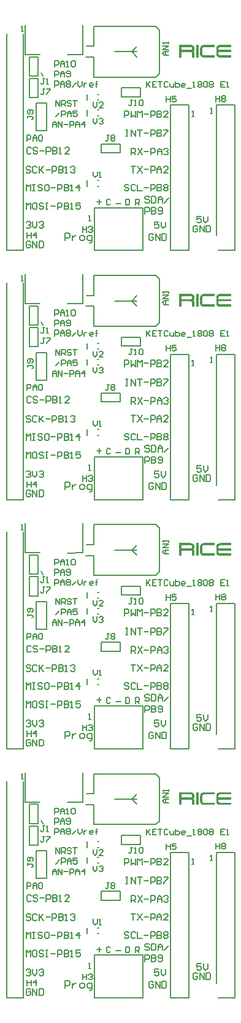
<source format=gbr>
G04*
G04 #@! TF.GenerationSoftware,Altium Limited,Altium Designer,18.1.7 (191)*
G04*
G04 Layer_Color=65535*
%FSLAX25Y25*%
%MOIN*%
G70*
G01*
G75*
%ADD16C,0.00787*%
%ADD17C,0.00800*%
%ADD51C,0.00591*%
G36*
X133060Y526790D02*
X126961D01*
X126915Y526778D01*
X126845Y526767D01*
X126776Y526744D01*
X126696Y526709D01*
X126603Y526663D01*
X126523Y526594D01*
X126511Y526582D01*
X126488Y526559D01*
X126453Y526525D01*
X126419Y526467D01*
X126338Y526340D01*
X126315Y526260D01*
X126303Y526167D01*
Y525222D01*
X133060D01*
Y523954D01*
X126303D01*
Y523008D01*
Y522997D01*
Y522985D01*
X126315Y522916D01*
X126338Y522812D01*
X126396Y522708D01*
X126476Y522593D01*
X126534Y522535D01*
X126603Y522489D01*
X126684Y522455D01*
X126776Y522420D01*
X126880Y522408D01*
X127007Y522397D01*
X133060D01*
Y521152D01*
X126926D01*
X126868Y521163D01*
X126799D01*
X126718Y521175D01*
X126523Y521221D01*
X126292Y521279D01*
X126061Y521371D01*
X125819Y521498D01*
X125704Y521578D01*
X125589Y521671D01*
X125577Y521682D01*
X125566Y521694D01*
X125496Y521763D01*
X125404Y521878D01*
X125300Y522028D01*
X125185Y522224D01*
X125093Y522455D01*
X125024Y522708D01*
X125012Y522847D01*
X125001Y522997D01*
Y526167D01*
Y526179D01*
Y526202D01*
Y526236D01*
X125012Y526294D01*
X125024Y526363D01*
X125035Y526433D01*
X125081Y526617D01*
X125151Y526825D01*
X125254Y527044D01*
X125323Y527147D01*
X125416Y527263D01*
X125508Y527366D01*
X125612Y527470D01*
X125623Y527482D01*
X125635Y527493D01*
X125669Y527516D01*
X125715Y527562D01*
X125773Y527597D01*
X125842Y527643D01*
X126015Y527747D01*
X126223Y527851D01*
X126453Y527943D01*
X126718Y528001D01*
X126857Y528012D01*
X127007Y528024D01*
X133060D01*
Y526790D01*
D02*
G37*
G36*
X124309D02*
X118209D01*
X118163Y526778D01*
X118094Y526767D01*
X118025Y526744D01*
X117944Y526709D01*
X117852Y526663D01*
X117771Y526594D01*
X117760Y526582D01*
X117737Y526559D01*
X117702Y526525D01*
X117667Y526467D01*
X117621Y526409D01*
X117587Y526329D01*
X117564Y526248D01*
X117552Y526156D01*
Y523008D01*
Y522997D01*
Y522985D01*
X117564Y522916D01*
X117587Y522812D01*
X117644Y522708D01*
X117725Y522593D01*
X117783Y522535D01*
X117852Y522489D01*
X117933Y522455D01*
X118025Y522420D01*
X118129Y522408D01*
X118255Y522397D01*
X124309D01*
Y521152D01*
X118175D01*
X118117Y521163D01*
X118048D01*
X117967Y521175D01*
X117771Y521221D01*
X117541Y521279D01*
X117310Y521371D01*
X117068Y521498D01*
X116953Y521578D01*
X116837Y521671D01*
X116826Y521682D01*
X116814Y521694D01*
X116745Y521763D01*
X116653Y521878D01*
X116549Y522028D01*
X116434Y522224D01*
X116341Y522455D01*
X116272Y522708D01*
X116261Y522847D01*
X116249Y522997D01*
Y526167D01*
Y526179D01*
Y526202D01*
Y526236D01*
X116261Y526294D01*
X116272Y526363D01*
X116284Y526433D01*
X116330Y526617D01*
X116399Y526825D01*
X116503Y527044D01*
X116572Y527147D01*
X116664Y527263D01*
X116757Y527366D01*
X116860Y527470D01*
X116872Y527482D01*
X116883Y527493D01*
X116918Y527516D01*
X116964Y527562D01*
X117022Y527597D01*
X117091Y527643D01*
X117264Y527747D01*
X117472Y527851D01*
X117702Y527943D01*
X117967Y528001D01*
X118106Y528012D01*
X118255Y528024D01*
X124309D01*
Y526790D01*
D02*
G37*
G36*
X115442Y521152D02*
X114139D01*
Y528024D01*
X115442D01*
Y521152D01*
D02*
G37*
G36*
X111326Y528012D02*
X111407D01*
X111487Y528001D01*
X111683Y527954D01*
X111902Y527897D01*
X112145Y527805D01*
X112387Y527666D01*
X112502Y527586D01*
X112617Y527493D01*
X112629D01*
X112640Y527470D01*
X112710Y527401D01*
X112802Y527286D01*
X112917Y527136D01*
X113021Y526940D01*
X113113Y526709D01*
X113182Y526444D01*
X113194Y526306D01*
X113205Y526156D01*
Y525798D01*
Y525787D01*
Y525764D01*
Y525729D01*
X113194Y525683D01*
X113182Y525556D01*
X113136Y525395D01*
X113078Y525199D01*
X112986Y525003D01*
X112859Y524795D01*
X112779Y524691D01*
X112687Y524588D01*
X112698Y524576D01*
X112710Y524565D01*
X112767Y524496D01*
X112848Y524380D01*
X112952Y524230D01*
X113044Y524057D01*
X113125Y523850D01*
X113182Y523619D01*
X113205Y523504D01*
Y523377D01*
Y521152D01*
X111902D01*
Y523377D01*
Y523389D01*
Y523423D01*
X111891Y523469D01*
X111879Y523538D01*
X111845Y523608D01*
X111810Y523677D01*
X111753Y523746D01*
X111683Y523804D01*
X111672Y523815D01*
X111649Y523827D01*
X111603Y523850D01*
X111545Y523884D01*
X111476Y523907D01*
X111384Y523931D01*
X111291Y523942D01*
X111188Y523954D01*
X106483D01*
Y525222D01*
X111257D01*
X111303Y525233D01*
X111418Y525256D01*
X111545Y525291D01*
X111672Y525360D01*
X111787Y525464D01*
X111833Y525533D01*
X111868Y525614D01*
X111891Y525695D01*
X111902Y525798D01*
Y526156D01*
Y526167D01*
Y526179D01*
X111891Y526260D01*
X111868Y526352D01*
X111810Y526479D01*
X111730Y526594D01*
X111672Y526640D01*
X111603Y526686D01*
X111522Y526732D01*
X111418Y526767D01*
X111314Y526778D01*
X111188Y526790D01*
X106091D01*
Y521152D01*
X104800D01*
Y528024D01*
X111268D01*
X111326Y528012D01*
D02*
G37*
G36*
X133060Y391376D02*
X126961D01*
X126915Y391365D01*
X126845Y391354D01*
X126776Y391330D01*
X126696Y391296D01*
X126603Y391250D01*
X126523Y391180D01*
X126511Y391169D01*
X126488Y391146D01*
X126453Y391111D01*
X126419Y391054D01*
X126338Y390927D01*
X126315Y390846D01*
X126303Y390754D01*
Y389808D01*
X133060D01*
Y388540D01*
X126303D01*
Y387595D01*
Y387583D01*
Y387572D01*
X126315Y387502D01*
X126338Y387399D01*
X126396Y387295D01*
X126476Y387180D01*
X126534Y387122D01*
X126603Y387076D01*
X126684Y387041D01*
X126776Y387007D01*
X126880Y386995D01*
X127007Y386984D01*
X133060D01*
Y385738D01*
X126926D01*
X126868Y385750D01*
X126799D01*
X126718Y385761D01*
X126523Y385807D01*
X126292Y385865D01*
X126061Y385957D01*
X125819Y386084D01*
X125704Y386165D01*
X125589Y386257D01*
X125577Y386269D01*
X125566Y386280D01*
X125496Y386349D01*
X125404Y386465D01*
X125300Y386615D01*
X125185Y386811D01*
X125093Y387041D01*
X125024Y387295D01*
X125012Y387433D01*
X125001Y387583D01*
Y390754D01*
Y390765D01*
Y390789D01*
Y390823D01*
X125012Y390881D01*
X125024Y390950D01*
X125035Y391019D01*
X125081Y391204D01*
X125151Y391411D01*
X125254Y391630D01*
X125323Y391734D01*
X125416Y391849D01*
X125508Y391953D01*
X125612Y392057D01*
X125623Y392068D01*
X125635Y392080D01*
X125669Y392103D01*
X125715Y392149D01*
X125773Y392184D01*
X125842Y392230D01*
X126015Y392334D01*
X126223Y392437D01*
X126453Y392530D01*
X126718Y392587D01*
X126857Y392599D01*
X127007Y392610D01*
X133060D01*
Y391376D01*
D02*
G37*
G36*
X124309D02*
X118209D01*
X118163Y391365D01*
X118094Y391354D01*
X118025Y391330D01*
X117944Y391296D01*
X117852Y391250D01*
X117771Y391180D01*
X117760Y391169D01*
X117737Y391146D01*
X117702Y391111D01*
X117667Y391054D01*
X117621Y390996D01*
X117587Y390915D01*
X117564Y390835D01*
X117552Y390742D01*
Y387595D01*
Y387583D01*
Y387572D01*
X117564Y387502D01*
X117587Y387399D01*
X117644Y387295D01*
X117725Y387180D01*
X117783Y387122D01*
X117852Y387076D01*
X117933Y387041D01*
X118025Y387007D01*
X118129Y386995D01*
X118255Y386984D01*
X124309D01*
Y385738D01*
X118175D01*
X118117Y385750D01*
X118048D01*
X117967Y385761D01*
X117771Y385807D01*
X117541Y385865D01*
X117310Y385957D01*
X117068Y386084D01*
X116953Y386165D01*
X116837Y386257D01*
X116826Y386269D01*
X116814Y386280D01*
X116745Y386349D01*
X116653Y386465D01*
X116549Y386615D01*
X116434Y386811D01*
X116341Y387041D01*
X116272Y387295D01*
X116261Y387433D01*
X116249Y387583D01*
Y390754D01*
Y390765D01*
Y390789D01*
Y390823D01*
X116261Y390881D01*
X116272Y390950D01*
X116284Y391019D01*
X116330Y391204D01*
X116399Y391411D01*
X116503Y391630D01*
X116572Y391734D01*
X116664Y391849D01*
X116757Y391953D01*
X116860Y392057D01*
X116872Y392068D01*
X116883Y392080D01*
X116918Y392103D01*
X116964Y392149D01*
X117022Y392184D01*
X117091Y392230D01*
X117264Y392334D01*
X117472Y392437D01*
X117702Y392530D01*
X117967Y392587D01*
X118106Y392599D01*
X118255Y392610D01*
X124309D01*
Y391376D01*
D02*
G37*
G36*
X115442Y385738D02*
X114139D01*
Y392610D01*
X115442D01*
Y385738D01*
D02*
G37*
G36*
X111326Y392599D02*
X111407D01*
X111487Y392587D01*
X111683Y392541D01*
X111902Y392483D01*
X112145Y392391D01*
X112387Y392253D01*
X112502Y392172D01*
X112617Y392080D01*
X112629D01*
X112640Y392057D01*
X112710Y391988D01*
X112802Y391872D01*
X112917Y391722D01*
X113021Y391526D01*
X113113Y391296D01*
X113182Y391031D01*
X113194Y390892D01*
X113205Y390742D01*
Y390385D01*
Y390373D01*
Y390350D01*
Y390316D01*
X113194Y390270D01*
X113182Y390143D01*
X113136Y389981D01*
X113078Y389785D01*
X112986Y389589D01*
X112859Y389382D01*
X112779Y389278D01*
X112687Y389174D01*
X112698Y389163D01*
X112710Y389151D01*
X112767Y389082D01*
X112848Y388967D01*
X112952Y388817D01*
X113044Y388644D01*
X113125Y388436D01*
X113182Y388206D01*
X113205Y388090D01*
Y387964D01*
Y385738D01*
X111902D01*
Y387964D01*
Y387975D01*
Y388010D01*
X111891Y388056D01*
X111879Y388125D01*
X111845Y388194D01*
X111810Y388263D01*
X111753Y388333D01*
X111683Y388390D01*
X111672Y388402D01*
X111649Y388413D01*
X111603Y388436D01*
X111545Y388471D01*
X111476Y388494D01*
X111384Y388517D01*
X111291Y388529D01*
X111188Y388540D01*
X106483D01*
Y389808D01*
X111257D01*
X111303Y389820D01*
X111418Y389843D01*
X111545Y389878D01*
X111672Y389947D01*
X111787Y390051D01*
X111833Y390120D01*
X111868Y390200D01*
X111891Y390281D01*
X111902Y390385D01*
Y390742D01*
Y390754D01*
Y390765D01*
X111891Y390846D01*
X111868Y390938D01*
X111810Y391065D01*
X111730Y391180D01*
X111672Y391227D01*
X111603Y391273D01*
X111522Y391319D01*
X111418Y391354D01*
X111314Y391365D01*
X111188Y391376D01*
X106091D01*
Y385738D01*
X104800D01*
Y392610D01*
X111268D01*
X111326Y392599D01*
D02*
G37*
G36*
X133060Y255963D02*
X126961D01*
X126915Y255952D01*
X126845Y255940D01*
X126776Y255917D01*
X126696Y255882D01*
X126603Y255836D01*
X126523Y255767D01*
X126511Y255756D01*
X126488Y255732D01*
X126453Y255698D01*
X126419Y255640D01*
X126338Y255514D01*
X126315Y255433D01*
X126303Y255341D01*
Y254395D01*
X133060D01*
Y253127D01*
X126303D01*
Y252181D01*
Y252170D01*
Y252158D01*
X126315Y252089D01*
X126338Y251985D01*
X126396Y251882D01*
X126476Y251766D01*
X126534Y251709D01*
X126603Y251662D01*
X126684Y251628D01*
X126776Y251593D01*
X126880Y251582D01*
X127007Y251570D01*
X133060D01*
Y250325D01*
X126926D01*
X126868Y250337D01*
X126799D01*
X126718Y250348D01*
X126523Y250394D01*
X126292Y250452D01*
X126061Y250544D01*
X125819Y250671D01*
X125704Y250752D01*
X125589Y250844D01*
X125577Y250855D01*
X125566Y250867D01*
X125496Y250936D01*
X125404Y251051D01*
X125300Y251201D01*
X125185Y251397D01*
X125093Y251628D01*
X125024Y251882D01*
X125012Y252020D01*
X125001Y252170D01*
Y255341D01*
Y255352D01*
Y255375D01*
Y255410D01*
X125012Y255467D01*
X125024Y255537D01*
X125035Y255606D01*
X125081Y255790D01*
X125151Y255998D01*
X125254Y256217D01*
X125323Y256321D01*
X125416Y256436D01*
X125508Y256540D01*
X125612Y256643D01*
X125623Y256655D01*
X125635Y256666D01*
X125669Y256690D01*
X125715Y256736D01*
X125773Y256770D01*
X125842Y256816D01*
X126015Y256920D01*
X126223Y257024D01*
X126453Y257116D01*
X126718Y257174D01*
X126857Y257185D01*
X127007Y257197D01*
X133060D01*
Y255963D01*
D02*
G37*
G36*
X124309D02*
X118209D01*
X118163Y255952D01*
X118094Y255940D01*
X118025Y255917D01*
X117944Y255882D01*
X117852Y255836D01*
X117771Y255767D01*
X117760Y255756D01*
X117737Y255732D01*
X117702Y255698D01*
X117667Y255640D01*
X117621Y255583D01*
X117587Y255502D01*
X117564Y255421D01*
X117552Y255329D01*
Y252181D01*
Y252170D01*
Y252158D01*
X117564Y252089D01*
X117587Y251985D01*
X117644Y251882D01*
X117725Y251766D01*
X117783Y251709D01*
X117852Y251662D01*
X117933Y251628D01*
X118025Y251593D01*
X118129Y251582D01*
X118255Y251570D01*
X124309D01*
Y250325D01*
X118175D01*
X118117Y250337D01*
X118048D01*
X117967Y250348D01*
X117771Y250394D01*
X117541Y250452D01*
X117310Y250544D01*
X117068Y250671D01*
X116953Y250752D01*
X116837Y250844D01*
X116826Y250855D01*
X116814Y250867D01*
X116745Y250936D01*
X116653Y251051D01*
X116549Y251201D01*
X116434Y251397D01*
X116341Y251628D01*
X116272Y251882D01*
X116261Y252020D01*
X116249Y252170D01*
Y255341D01*
Y255352D01*
Y255375D01*
Y255410D01*
X116261Y255467D01*
X116272Y255537D01*
X116284Y255606D01*
X116330Y255790D01*
X116399Y255998D01*
X116503Y256217D01*
X116572Y256321D01*
X116664Y256436D01*
X116757Y256540D01*
X116860Y256643D01*
X116872Y256655D01*
X116883Y256666D01*
X116918Y256690D01*
X116964Y256736D01*
X117022Y256770D01*
X117091Y256816D01*
X117264Y256920D01*
X117472Y257024D01*
X117702Y257116D01*
X117967Y257174D01*
X118106Y257185D01*
X118255Y257197D01*
X124309D01*
Y255963D01*
D02*
G37*
G36*
X115442Y250325D02*
X114139D01*
Y257197D01*
X115442D01*
Y250325D01*
D02*
G37*
G36*
X111326Y257185D02*
X111407D01*
X111487Y257174D01*
X111683Y257128D01*
X111902Y257070D01*
X112145Y256978D01*
X112387Y256839D01*
X112502Y256759D01*
X112617Y256666D01*
X112629D01*
X112640Y256643D01*
X112710Y256574D01*
X112802Y256459D01*
X112917Y256309D01*
X113021Y256113D01*
X113113Y255882D01*
X113182Y255617D01*
X113194Y255479D01*
X113205Y255329D01*
Y254972D01*
Y254960D01*
Y254937D01*
Y254902D01*
X113194Y254856D01*
X113182Y254729D01*
X113136Y254568D01*
X113078Y254372D01*
X112986Y254176D01*
X112859Y253968D01*
X112779Y253865D01*
X112687Y253761D01*
X112698Y253749D01*
X112710Y253738D01*
X112767Y253669D01*
X112848Y253553D01*
X112952Y253403D01*
X113044Y253231D01*
X113125Y253023D01*
X113182Y252792D01*
X113205Y252677D01*
Y252550D01*
Y250325D01*
X111902D01*
Y252550D01*
Y252562D01*
Y252596D01*
X111891Y252642D01*
X111879Y252712D01*
X111845Y252781D01*
X111810Y252850D01*
X111753Y252919D01*
X111683Y252977D01*
X111672Y252988D01*
X111649Y253000D01*
X111603Y253023D01*
X111545Y253058D01*
X111476Y253081D01*
X111384Y253104D01*
X111291Y253115D01*
X111188Y253127D01*
X106483D01*
Y254395D01*
X111257D01*
X111303Y254407D01*
X111418Y254430D01*
X111545Y254464D01*
X111672Y254533D01*
X111787Y254637D01*
X111833Y254706D01*
X111868Y254787D01*
X111891Y254868D01*
X111902Y254972D01*
Y255329D01*
Y255341D01*
Y255352D01*
X111891Y255433D01*
X111868Y255525D01*
X111810Y255652D01*
X111730Y255767D01*
X111672Y255813D01*
X111603Y255859D01*
X111522Y255906D01*
X111418Y255940D01*
X111314Y255952D01*
X111188Y255963D01*
X106091D01*
Y250325D01*
X104800D01*
Y257197D01*
X111268D01*
X111326Y257185D01*
D02*
G37*
G36*
X133060Y120550D02*
X126961D01*
X126915Y120538D01*
X126845Y120527D01*
X126776Y120504D01*
X126696Y120469D01*
X126603Y120423D01*
X126523Y120354D01*
X126511Y120342D01*
X126488Y120319D01*
X126453Y120284D01*
X126419Y120227D01*
X126338Y120100D01*
X126315Y120019D01*
X126303Y119927D01*
Y118982D01*
X133060D01*
Y117713D01*
X126303D01*
Y116768D01*
Y116756D01*
Y116745D01*
X126315Y116676D01*
X126338Y116572D01*
X126396Y116468D01*
X126476Y116353D01*
X126534Y116295D01*
X126603Y116249D01*
X126684Y116214D01*
X126776Y116180D01*
X126880Y116168D01*
X127007Y116157D01*
X133060D01*
Y114911D01*
X126926D01*
X126868Y114923D01*
X126799D01*
X126718Y114935D01*
X126523Y114981D01*
X126292Y115038D01*
X126061Y115131D01*
X125819Y115257D01*
X125704Y115338D01*
X125589Y115430D01*
X125577Y115442D01*
X125566Y115453D01*
X125496Y115523D01*
X125404Y115638D01*
X125300Y115788D01*
X125185Y115984D01*
X125093Y116214D01*
X125024Y116468D01*
X125012Y116606D01*
X125001Y116756D01*
Y119927D01*
Y119939D01*
Y119962D01*
Y119996D01*
X125012Y120054D01*
X125024Y120123D01*
X125035Y120192D01*
X125081Y120377D01*
X125151Y120584D01*
X125254Y120803D01*
X125323Y120907D01*
X125416Y121022D01*
X125508Y121126D01*
X125612Y121230D01*
X125623Y121241D01*
X125635Y121253D01*
X125669Y121276D01*
X125715Y121322D01*
X125773Y121357D01*
X125842Y121403D01*
X126015Y121507D01*
X126223Y121610D01*
X126453Y121703D01*
X126718Y121760D01*
X126857Y121772D01*
X127007Y121783D01*
X133060D01*
Y120550D01*
D02*
G37*
G36*
X124309D02*
X118209D01*
X118163Y120538D01*
X118094Y120527D01*
X118025Y120504D01*
X117944Y120469D01*
X117852Y120423D01*
X117771Y120354D01*
X117760Y120342D01*
X117737Y120319D01*
X117702Y120284D01*
X117667Y120227D01*
X117621Y120169D01*
X117587Y120089D01*
X117564Y120008D01*
X117552Y119916D01*
Y116768D01*
Y116756D01*
Y116745D01*
X117564Y116676D01*
X117587Y116572D01*
X117644Y116468D01*
X117725Y116353D01*
X117783Y116295D01*
X117852Y116249D01*
X117933Y116214D01*
X118025Y116180D01*
X118129Y116168D01*
X118255Y116157D01*
X124309D01*
Y114911D01*
X118175D01*
X118117Y114923D01*
X118048D01*
X117967Y114935D01*
X117771Y114981D01*
X117541Y115038D01*
X117310Y115131D01*
X117068Y115257D01*
X116953Y115338D01*
X116837Y115430D01*
X116826Y115442D01*
X116814Y115453D01*
X116745Y115523D01*
X116653Y115638D01*
X116549Y115788D01*
X116434Y115984D01*
X116341Y116214D01*
X116272Y116468D01*
X116261Y116606D01*
X116249Y116756D01*
Y119927D01*
Y119939D01*
Y119962D01*
Y119996D01*
X116261Y120054D01*
X116272Y120123D01*
X116284Y120192D01*
X116330Y120377D01*
X116399Y120584D01*
X116503Y120803D01*
X116572Y120907D01*
X116664Y121022D01*
X116757Y121126D01*
X116860Y121230D01*
X116872Y121241D01*
X116883Y121253D01*
X116918Y121276D01*
X116964Y121322D01*
X117022Y121357D01*
X117091Y121403D01*
X117264Y121507D01*
X117472Y121610D01*
X117702Y121703D01*
X117967Y121760D01*
X118106Y121772D01*
X118255Y121783D01*
X124309D01*
Y120550D01*
D02*
G37*
G36*
X115442Y114911D02*
X114139D01*
Y121783D01*
X115442D01*
Y114911D01*
D02*
G37*
G36*
X111326Y121772D02*
X111407D01*
X111487Y121760D01*
X111683Y121714D01*
X111902Y121657D01*
X112145Y121564D01*
X112387Y121426D01*
X112502Y121345D01*
X112617Y121253D01*
X112629D01*
X112640Y121230D01*
X112710Y121161D01*
X112802Y121045D01*
X112917Y120896D01*
X113021Y120700D01*
X113113Y120469D01*
X113182Y120204D01*
X113194Y120065D01*
X113205Y119916D01*
Y119558D01*
Y119547D01*
Y119524D01*
Y119489D01*
X113194Y119443D01*
X113182Y119316D01*
X113136Y119155D01*
X113078Y118959D01*
X112986Y118763D01*
X112859Y118555D01*
X112779Y118451D01*
X112687Y118348D01*
X112698Y118336D01*
X112710Y118324D01*
X112767Y118255D01*
X112848Y118140D01*
X112952Y117990D01*
X113044Y117817D01*
X113125Y117610D01*
X113182Y117379D01*
X113205Y117264D01*
Y117137D01*
Y114911D01*
X111902D01*
Y117137D01*
Y117148D01*
Y117183D01*
X111891Y117229D01*
X111879Y117298D01*
X111845Y117367D01*
X111810Y117437D01*
X111753Y117506D01*
X111683Y117563D01*
X111672Y117575D01*
X111649Y117587D01*
X111603Y117610D01*
X111545Y117644D01*
X111476Y117667D01*
X111384Y117690D01*
X111291Y117702D01*
X111188Y117713D01*
X106483D01*
Y118982D01*
X111257D01*
X111303Y118993D01*
X111418Y119016D01*
X111545Y119051D01*
X111672Y119120D01*
X111787Y119224D01*
X111833Y119293D01*
X111868Y119374D01*
X111891Y119454D01*
X111902Y119558D01*
Y119916D01*
Y119927D01*
Y119939D01*
X111891Y120019D01*
X111868Y120112D01*
X111810Y120238D01*
X111730Y120354D01*
X111672Y120400D01*
X111603Y120446D01*
X111522Y120492D01*
X111418Y120527D01*
X111314Y120538D01*
X111188Y120550D01*
X106091D01*
Y114911D01*
X104800D01*
Y121783D01*
X111268D01*
X111326Y121772D01*
D02*
G37*
D16*
X54871Y91793D02*
Y94942D01*
X60481Y94942D02*
X61268D01*
X60481Y91793D02*
X61268D01*
X54871Y44925D02*
Y48075D01*
X60481Y48075D02*
X61268D01*
X60481Y44925D02*
X61268D01*
X54871Y83193D02*
Y86342D01*
X60481Y86342D02*
X61268D01*
X60481Y83193D02*
X61268D01*
X52490Y116500D02*
Y132500D01*
X21290Y116500D02*
Y132500D01*
X29900Y106500D02*
X30700Y104700D01*
X21290Y116500D02*
X29000D01*
X44201Y116418D02*
X52490Y116500D01*
X88649Y38880D02*
X88059Y39470D01*
X86878D01*
X86287Y38880D01*
Y38289D01*
X86878Y37699D01*
X88059D01*
X88649Y37108D01*
Y36518D01*
X88059Y35928D01*
X86878D01*
X86287Y36518D01*
X89830Y39470D02*
Y35928D01*
X91601D01*
X92191Y36518D01*
Y38880D01*
X91601Y39470D01*
X89830D01*
X93372Y35928D02*
Y38289D01*
X94552Y39470D01*
X95733Y38289D01*
Y35928D01*
Y37699D01*
X93372D01*
X96914Y35928D02*
X99275Y38289D01*
X86287Y29787D02*
Y33330D01*
X88059D01*
X88649Y32739D01*
Y31558D01*
X88059Y30968D01*
X86287D01*
X89830Y33330D02*
Y29787D01*
X91601D01*
X92191Y30378D01*
Y30968D01*
X91601Y31558D01*
X89830D01*
X91601D01*
X92191Y32149D01*
Y32739D01*
X91601Y33330D01*
X89830D01*
X93372Y30378D02*
X93962Y29787D01*
X95143D01*
X95733Y30378D01*
Y32739D01*
X95143Y33330D01*
X93962D01*
X93372Y32739D01*
Y32149D01*
X93962Y31558D01*
X95733D01*
X55701Y26000D02*
X56750D01*
X56226D01*
Y29149D01*
X55701Y28624D01*
X81100Y34700D02*
Y37849D01*
X82674D01*
X83199Y37324D01*
Y36274D01*
X82674Y35750D01*
X81100D01*
X82149D02*
X83199Y34700D01*
X75850Y37849D02*
Y34700D01*
X77424D01*
X77949Y35225D01*
Y37324D01*
X77424Y37849D01*
X75850D01*
X67449Y37324D02*
X66924Y37849D01*
X65875D01*
X65350Y37324D01*
Y35225D01*
X65875Y34700D01*
X66924D01*
X67449Y35225D01*
X87200Y101849D02*
Y98700D01*
Y99749D01*
X89299Y101849D01*
X87725Y100274D01*
X89299Y98700D01*
X92448Y101849D02*
X90349D01*
Y98700D01*
X92448D01*
X90349Y100274D02*
X91398D01*
X93497Y101849D02*
X95596D01*
X94547D01*
Y98700D01*
X98745Y101324D02*
X98220Y101849D01*
X97171D01*
X96646Y101324D01*
Y99225D01*
X97171Y98700D01*
X98220D01*
X98745Y99225D01*
X99794Y100799D02*
Y99225D01*
X100319Y98700D01*
X101893D01*
Y100799D01*
X102943Y101849D02*
Y98700D01*
X104517D01*
X105042Y99225D01*
Y99749D01*
Y100274D01*
X104517Y100799D01*
X102943D01*
X107666Y98700D02*
X106616D01*
X106091Y99225D01*
Y100274D01*
X106616Y100799D01*
X107666D01*
X108191Y100274D01*
Y99749D01*
X106091D01*
X109240Y98175D02*
X111339D01*
X112389Y98700D02*
X113438D01*
X112914D01*
Y101849D01*
X112389Y101324D01*
X115013D02*
X115537Y101849D01*
X116587D01*
X117112Y101324D01*
Y100799D01*
X116587Y100274D01*
X117112Y99749D01*
Y99225D01*
X116587Y98700D01*
X115537D01*
X115013Y99225D01*
Y99749D01*
X115537Y100274D01*
X115013Y100799D01*
Y101324D01*
X115537Y100274D02*
X116587D01*
X118161Y101324D02*
X118686Y101849D01*
X119735D01*
X120260Y101324D01*
Y99225D01*
X119735Y98700D01*
X118686D01*
X118161Y99225D01*
Y101324D01*
X121310D02*
X121835Y101849D01*
X122884D01*
X123409Y101324D01*
Y100799D01*
X122884Y100274D01*
X123409Y99749D01*
Y99225D01*
X122884Y98700D01*
X121835D01*
X121310Y99225D01*
Y99749D01*
X121835Y100274D01*
X121310Y100799D01*
Y101324D01*
X121835Y100274D02*
X122884D01*
X129706Y101849D02*
X127607D01*
Y98700D01*
X129706D01*
X127607Y100274D02*
X128656D01*
X130755Y98700D02*
X131805D01*
X131280D01*
Y101849D01*
X130755Y101324D01*
X70600Y35568D02*
X73224D01*
X60000Y36468D02*
X62624D01*
X61312Y37780D02*
Y35156D01*
X42900Y15500D02*
Y19436D01*
X44868D01*
X45524Y18780D01*
Y17468D01*
X44868Y16812D01*
X42900D01*
X46836Y18124D02*
Y15500D01*
Y16812D01*
X47492Y17468D01*
X48148Y18124D01*
X48804D01*
X51427Y15500D02*
X52739D01*
X53395Y16156D01*
Y17468D01*
X52739Y18124D01*
X51427D01*
X50771Y17468D01*
Y16156D01*
X51427Y15500D01*
X56019Y14188D02*
X56675D01*
X57331Y14844D01*
Y18124D01*
X55363D01*
X54707Y17468D01*
Y16156D01*
X55363Y15500D01*
X57331D01*
X77561Y45352D02*
X76971Y45942D01*
X75790D01*
X75200Y45352D01*
Y44761D01*
X75790Y44171D01*
X76971D01*
X77561Y43581D01*
Y42990D01*
X76971Y42400D01*
X75790D01*
X75200Y42990D01*
X81104Y45352D02*
X80513Y45942D01*
X79333D01*
X78742Y45352D01*
Y42990D01*
X79333Y42400D01*
X80513D01*
X81104Y42990D01*
X82284Y45942D02*
Y42400D01*
X84646D01*
X85826Y44171D02*
X88188D01*
X89369Y42400D02*
Y45942D01*
X91140D01*
X91730Y45352D01*
Y44171D01*
X91140Y43581D01*
X89369D01*
X92911Y45942D02*
Y42400D01*
X94682D01*
X95272Y42990D01*
Y43581D01*
X94682Y44171D01*
X92911D01*
X94682D01*
X95272Y44761D01*
Y45352D01*
X94682Y45942D01*
X92911D01*
X96453Y45352D02*
X97043Y45942D01*
X98224D01*
X98814Y45352D01*
Y44761D01*
X98224Y44171D01*
X98814Y43581D01*
Y42990D01*
X98224Y42400D01*
X97043D01*
X96453Y42990D01*
Y43581D01*
X97043Y44171D01*
X96453Y44761D01*
Y45352D01*
X97043Y44171D02*
X98224D01*
X37787Y88455D02*
Y91604D01*
X39887Y88455D01*
Y91604D01*
X40936Y88455D02*
Y91604D01*
X42510D01*
X43035Y91079D01*
Y90030D01*
X42510Y89505D01*
X40936D01*
X41985D02*
X43035Y88455D01*
X46184Y91079D02*
X45659Y91604D01*
X44609D01*
X44085Y91079D01*
Y90554D01*
X44609Y90030D01*
X45659D01*
X46184Y89505D01*
Y88980D01*
X45659Y88455D01*
X44609D01*
X44085Y88980D01*
X47233Y91604D02*
X49332D01*
X48283D01*
Y88455D01*
X37787Y82787D02*
X39887Y84886D01*
X40936Y82787D02*
Y85936D01*
X42510D01*
X43035Y85411D01*
Y84362D01*
X42510Y83837D01*
X40936D01*
X44085Y82787D02*
Y84886D01*
X45134Y85936D01*
X46184Y84886D01*
Y82787D01*
Y84362D01*
X44085D01*
X49332Y85936D02*
X47233D01*
Y84362D01*
X48283Y84886D01*
X48807D01*
X49332Y84362D01*
Y83312D01*
X48807Y82787D01*
X47758D01*
X47233Y83312D01*
X36000Y77000D02*
Y79099D01*
X37049Y80149D01*
X38099Y79099D01*
Y77000D01*
Y78574D01*
X36000D01*
X39149Y77000D02*
Y80149D01*
X41248Y77000D01*
Y80149D01*
X42297Y78574D02*
X44396D01*
X45446Y77000D02*
Y80149D01*
X47020D01*
X47545Y79624D01*
Y78574D01*
X47020Y78049D01*
X45446D01*
X48594Y77000D02*
Y79099D01*
X49644Y80149D01*
X50693Y79099D01*
Y77000D01*
Y78574D01*
X48594D01*
X53317Y77000D02*
Y80149D01*
X51743Y78574D01*
X53842D01*
X22200Y69500D02*
Y72649D01*
X23774D01*
X24299Y72124D01*
Y71074D01*
X23774Y70549D01*
X22200D01*
X25349Y69500D02*
Y71599D01*
X26398Y72649D01*
X27448Y71599D01*
Y69500D01*
Y71074D01*
X25349D01*
X28497Y72124D02*
X29022Y72649D01*
X30071D01*
X30596Y72124D01*
Y70025D01*
X30071Y69500D01*
X29022D01*
X28497Y70025D01*
Y72124D01*
X37300Y98900D02*
Y102049D01*
X38874D01*
X39399Y101524D01*
Y100474D01*
X38874Y99950D01*
X37300D01*
X40449Y98900D02*
Y100999D01*
X41498Y102049D01*
X42548Y100999D01*
Y98900D01*
Y100474D01*
X40449D01*
X43597Y101524D02*
X44122Y102049D01*
X45171D01*
X45696Y101524D01*
Y100999D01*
X45171Y100474D01*
X45696Y99950D01*
Y99425D01*
X45171Y98900D01*
X44122D01*
X43597Y99425D01*
Y99950D01*
X44122Y100474D01*
X43597Y100999D01*
Y101524D01*
X44122Y100474D02*
X45171D01*
X46746Y98900D02*
X48845Y100999D01*
X49894Y102049D02*
Y99950D01*
X50944Y98900D01*
X51993Y99950D01*
Y102049D01*
X53043Y100999D02*
Y98900D01*
Y99950D01*
X53568Y100474D01*
X54093Y100999D01*
X54617D01*
X57766Y98900D02*
X56716D01*
X56191Y99425D01*
Y100474D01*
X56716Y100999D01*
X57766D01*
X58291Y100474D01*
Y99950D01*
X56191D01*
X59865Y98900D02*
Y101524D01*
Y100474D01*
X59340D01*
X60390D01*
X59865D01*
Y101524D01*
X60390Y102049D01*
X37300Y104400D02*
Y107549D01*
X38874D01*
X39399Y107024D01*
Y105974D01*
X38874Y105449D01*
X37300D01*
X40449Y104400D02*
Y106499D01*
X41498Y107549D01*
X42548Y106499D01*
Y104400D01*
Y105974D01*
X40449D01*
X43597Y104925D02*
X44122Y104400D01*
X45171D01*
X45696Y104925D01*
Y107024D01*
X45171Y107549D01*
X44122D01*
X43597Y107024D01*
Y106499D01*
X44122Y105974D01*
X45696D01*
X37300Y109900D02*
Y113049D01*
X38874D01*
X39399Y112524D01*
Y111474D01*
X38874Y110950D01*
X37300D01*
X40449Y109900D02*
Y111999D01*
X41498Y113049D01*
X42548Y111999D01*
Y109900D01*
Y111474D01*
X40449D01*
X43597Y109900D02*
X44647D01*
X44122D01*
Y113049D01*
X43597Y112524D01*
X46221D02*
X46746Y113049D01*
X47795D01*
X48320Y112524D01*
Y110425D01*
X47795Y109900D01*
X46746D01*
X46221Y110425D01*
Y112524D01*
X24361Y65452D02*
X23771Y66042D01*
X22590D01*
X22000Y65452D01*
Y63090D01*
X22590Y62500D01*
X23771D01*
X24361Y63090D01*
X27904Y65452D02*
X27313Y66042D01*
X26133D01*
X25542Y65452D01*
Y64862D01*
X26133Y64271D01*
X27313D01*
X27904Y63681D01*
Y63090D01*
X27313Y62500D01*
X26133D01*
X25542Y63090D01*
X29084Y64271D02*
X31446D01*
X32627Y62500D02*
Y66042D01*
X34398D01*
X34988Y65452D01*
Y64271D01*
X34398Y63681D01*
X32627D01*
X36169Y66042D02*
Y62500D01*
X37940D01*
X38530Y63090D01*
Y63681D01*
X37940Y64271D01*
X36169D01*
X37940D01*
X38530Y64862D01*
Y65452D01*
X37940Y66042D01*
X36169D01*
X39711Y62500D02*
X40892D01*
X40301D01*
Y66042D01*
X39711Y65452D01*
X45024Y62500D02*
X42663D01*
X45024Y64862D01*
Y65452D01*
X44434Y66042D01*
X43253D01*
X42663Y65452D01*
X24061Y55052D02*
X23471Y55642D01*
X22290D01*
X21700Y55052D01*
Y54461D01*
X22290Y53871D01*
X23471D01*
X24061Y53281D01*
Y52690D01*
X23471Y52100D01*
X22290D01*
X21700Y52690D01*
X27604Y55052D02*
X27013Y55642D01*
X25833D01*
X25242Y55052D01*
Y52690D01*
X25833Y52100D01*
X27013D01*
X27604Y52690D01*
X28784Y55642D02*
Y52100D01*
Y53281D01*
X31146Y55642D01*
X29375Y53871D01*
X31146Y52100D01*
X32326Y53871D02*
X34688D01*
X35869Y52100D02*
Y55642D01*
X37640D01*
X38230Y55052D01*
Y53871D01*
X37640Y53281D01*
X35869D01*
X39411Y55642D02*
Y52100D01*
X41182D01*
X41772Y52690D01*
Y53281D01*
X41182Y53871D01*
X39411D01*
X41182D01*
X41772Y54461D01*
Y55052D01*
X41182Y55642D01*
X39411D01*
X42953Y52100D02*
X44134D01*
X43543D01*
Y55642D01*
X42953Y55052D01*
X45905D02*
X46495Y55642D01*
X47676D01*
X48266Y55052D01*
Y54461D01*
X47676Y53871D01*
X47085D01*
X47676D01*
X48266Y53281D01*
Y52690D01*
X47676Y52100D01*
X46495D01*
X45905Y52690D01*
X21700Y32400D02*
Y35942D01*
X22881Y34762D01*
X24061Y35942D01*
Y32400D01*
X27013Y35942D02*
X25833D01*
X25242Y35352D01*
Y32990D01*
X25833Y32400D01*
X27013D01*
X27604Y32990D01*
Y35352D01*
X27013Y35942D01*
X31146Y35352D02*
X30555Y35942D01*
X29375D01*
X28784Y35352D01*
Y34762D01*
X29375Y34171D01*
X30555D01*
X31146Y33581D01*
Y32990D01*
X30555Y32400D01*
X29375D01*
X28784Y32990D01*
X32326Y35942D02*
X33507D01*
X32917D01*
Y32400D01*
X32326D01*
X33507D01*
X35278Y34171D02*
X37640D01*
X38820Y32400D02*
Y35942D01*
X40591D01*
X41182Y35352D01*
Y34171D01*
X40591Y33581D01*
X38820D01*
X42363Y35942D02*
Y32400D01*
X44134D01*
X44724Y32990D01*
Y33581D01*
X44134Y34171D01*
X42363D01*
X44134D01*
X44724Y34762D01*
Y35352D01*
X44134Y35942D01*
X42363D01*
X45905Y32400D02*
X47085D01*
X46495D01*
Y35942D01*
X45905Y35352D01*
X51218Y35942D02*
X48857D01*
Y34171D01*
X50037Y34762D01*
X50628D01*
X51218Y34171D01*
Y32990D01*
X50628Y32400D01*
X49447D01*
X48857Y32990D01*
X21700Y42300D02*
Y45842D01*
X22881Y44662D01*
X24061Y45842D01*
Y42300D01*
X25242Y45842D02*
X26423D01*
X25833D01*
Y42300D01*
X25242D01*
X26423D01*
X30555Y45252D02*
X29965Y45842D01*
X28784D01*
X28194Y45252D01*
Y44662D01*
X28784Y44071D01*
X29965D01*
X30555Y43481D01*
Y42890D01*
X29965Y42300D01*
X28784D01*
X28194Y42890D01*
X33507Y45842D02*
X32326D01*
X31736Y45252D01*
Y42890D01*
X32326Y42300D01*
X33507D01*
X34098Y42890D01*
Y45252D01*
X33507Y45842D01*
X35278Y44071D02*
X37640D01*
X38820Y42300D02*
Y45842D01*
X40591D01*
X41182Y45252D01*
Y44071D01*
X40591Y43481D01*
X38820D01*
X42363Y45842D02*
Y42300D01*
X44134D01*
X44724Y42890D01*
Y43481D01*
X44134Y44071D01*
X42363D01*
X44134D01*
X44724Y44662D01*
Y45252D01*
X44134Y45842D01*
X42363D01*
X45905Y42300D02*
X47085D01*
X46495D01*
Y45842D01*
X45905Y45252D01*
X50628Y42300D02*
Y45842D01*
X48857Y44071D01*
X51218D01*
X75790Y75543D02*
X76971D01*
X76381D01*
Y72001D01*
X75790D01*
X76971D01*
X78742D02*
Y75543D01*
X81104Y72001D01*
Y75543D01*
X82284D02*
X84646D01*
X83465D01*
Y72001D01*
X85826Y73772D02*
X88188D01*
X89369Y72001D02*
Y75543D01*
X91140D01*
X91730Y74953D01*
Y73772D01*
X91140Y73181D01*
X89369D01*
X92911Y75543D02*
Y72001D01*
X94682D01*
X95272Y72591D01*
Y73181D01*
X94682Y73772D01*
X92911D01*
X94682D01*
X95272Y74362D01*
Y74953D01*
X94682Y75543D01*
X92911D01*
X96453D02*
X98814D01*
Y74953D01*
X96453Y72591D01*
Y72001D01*
X75200Y82300D02*
Y85842D01*
X76971D01*
X77561Y85252D01*
Y84071D01*
X76971Y83481D01*
X75200D01*
X78742Y85842D02*
Y82300D01*
X79923Y83481D01*
X81104Y82300D01*
Y85842D01*
X82284Y82300D02*
Y85842D01*
X83465Y84662D01*
X84646Y85842D01*
Y82300D01*
X85826Y84071D02*
X88188D01*
X89369Y82300D02*
Y85842D01*
X91140D01*
X91730Y85252D01*
Y84071D01*
X91140Y83481D01*
X89369D01*
X92911Y85842D02*
Y82300D01*
X94682D01*
X95272Y82890D01*
Y83481D01*
X94682Y84071D01*
X92911D01*
X94682D01*
X95272Y84662D01*
Y85252D01*
X94682Y85842D01*
X92911D01*
X98814Y82300D02*
X96453D01*
X98814Y84662D01*
Y85252D01*
X98224Y85842D01*
X97043D01*
X96453Y85252D01*
X78842Y62000D02*
Y65542D01*
X80613D01*
X81204Y64952D01*
Y63771D01*
X80613Y63181D01*
X78842D01*
X80023D02*
X81204Y62000D01*
X82384Y65542D02*
X84746Y62000D01*
Y65542D02*
X82384Y62000D01*
X85927Y63771D02*
X88288D01*
X89469Y62000D02*
Y65542D01*
X91240D01*
X91830Y64952D01*
Y63771D01*
X91240Y63181D01*
X89469D01*
X93011Y62000D02*
Y64362D01*
X94191Y65542D01*
X95372Y64362D01*
Y62000D01*
Y63771D01*
X93011D01*
X96553Y64952D02*
X97143Y65542D01*
X98324D01*
X98914Y64952D01*
Y64362D01*
X98324Y63771D01*
X97734D01*
X98324D01*
X98914Y63181D01*
Y62590D01*
X98324Y62000D01*
X97143D01*
X96553Y62590D01*
X78742Y55742D02*
X81104D01*
X79923D01*
Y52200D01*
X82284Y55742D02*
X84646Y52200D01*
Y55742D02*
X82284Y52200D01*
X85826Y53971D02*
X88188D01*
X89369Y52200D02*
Y55742D01*
X91140D01*
X91730Y55152D01*
Y53971D01*
X91140Y53381D01*
X89369D01*
X92911Y52200D02*
Y54562D01*
X94091Y55742D01*
X95272Y54562D01*
Y52200D01*
Y53971D01*
X92911D01*
X98814Y52200D02*
X96453D01*
X98814Y54562D01*
Y55152D01*
X98224Y55742D01*
X97043D01*
X96453Y55152D01*
X90861Y18452D02*
X90271Y19042D01*
X89090D01*
X88500Y18452D01*
Y16090D01*
X89090Y15500D01*
X90271D01*
X90861Y16090D01*
Y17271D01*
X89681D01*
X92042Y15500D02*
Y19042D01*
X94404Y15500D01*
Y19042D01*
X95584D02*
Y15500D01*
X97355D01*
X97946Y16090D01*
Y18452D01*
X97355Y19042D01*
X95584D01*
X116861Y28542D02*
X114500D01*
Y26771D01*
X115681Y27362D01*
X116271D01*
X116861Y26771D01*
Y25590D01*
X116271Y25000D01*
X115090D01*
X114500Y25590D01*
X118042Y28542D02*
Y26181D01*
X119223Y25000D01*
X120404Y26181D01*
Y28542D01*
X21700Y25052D02*
X22290Y25642D01*
X23471D01*
X24061Y25052D01*
Y24461D01*
X23471Y23871D01*
X22881D01*
X23471D01*
X24061Y23281D01*
Y22690D01*
X23471Y22100D01*
X22290D01*
X21700Y22690D01*
X25242Y25642D02*
Y23281D01*
X26423Y22100D01*
X27604Y23281D01*
Y25642D01*
X28784Y25052D02*
X29375Y25642D01*
X30555D01*
X31146Y25052D01*
Y24461D01*
X30555Y23871D01*
X29965D01*
X30555D01*
X31146Y23281D01*
Y22690D01*
X30555Y22100D01*
X29375D01*
X28784Y22690D01*
X24061Y14452D02*
X23471Y15042D01*
X22290D01*
X21700Y14452D01*
Y12090D01*
X22290Y11500D01*
X23471D01*
X24061Y12090D01*
Y13271D01*
X22881D01*
X25242Y11500D02*
Y15042D01*
X27604Y11500D01*
Y15042D01*
X28784D02*
Y11500D01*
X30555D01*
X31146Y12090D01*
Y14452D01*
X30555Y15042D01*
X28784D01*
X93861Y25542D02*
X91500D01*
Y23771D01*
X92681Y24361D01*
X93271D01*
X93861Y23771D01*
Y22590D01*
X93271Y22000D01*
X92090D01*
X91500Y22590D01*
X95042Y25542D02*
Y23181D01*
X96223Y22000D01*
X97404Y23181D01*
Y25542D01*
X114861Y22952D02*
X114271Y23542D01*
X113090D01*
X112500Y22952D01*
Y20590D01*
X113090Y20000D01*
X114271D01*
X114861Y20590D01*
Y21771D01*
X113681D01*
X116042Y20000D02*
Y23542D01*
X118404Y20000D01*
Y23542D01*
X119584D02*
Y20000D01*
X121355D01*
X121946Y20590D01*
Y22952D01*
X121355Y23542D01*
X119584D01*
X79499Y91849D02*
X78449D01*
X78974D01*
Y89225D01*
X78449Y88700D01*
X77925D01*
X77400Y89225D01*
X80549Y88700D02*
X81598D01*
X81073D01*
Y91849D01*
X80549Y91324D01*
X83172D02*
X83697Y91849D01*
X84747D01*
X85272Y91324D01*
Y89225D01*
X84747Y88700D01*
X83697D01*
X83172Y89225D01*
Y91324D01*
X22351Y83231D02*
Y82181D01*
Y82706D01*
X24975D01*
X25500Y82181D01*
Y81656D01*
X24975Y81132D01*
Y84280D02*
X25500Y84805D01*
Y85854D01*
X24975Y86379D01*
X22876D01*
X22351Y85854D01*
Y84805D01*
X22876Y84280D01*
X23401D01*
X23926Y84805D01*
Y86379D01*
X66799Y72649D02*
X65750D01*
X66274D01*
Y70025D01*
X65750Y69500D01*
X65225D01*
X64700Y70025D01*
X67849Y72124D02*
X68373Y72649D01*
X69423D01*
X69948Y72124D01*
Y71599D01*
X69423Y71074D01*
X69948Y70549D01*
Y70025D01*
X69423Y69500D01*
X68373D01*
X67849Y70025D01*
Y70549D01*
X68373Y71074D01*
X67849Y71599D01*
Y72124D01*
X68373Y71074D02*
X69423D01*
X31699Y97849D02*
X30650D01*
X31174D01*
Y95225D01*
X30650Y94700D01*
X30125D01*
X29600Y95225D01*
X32749Y97849D02*
X34848D01*
Y97324D01*
X32749Y95225D01*
Y94700D01*
X31699Y103549D02*
X30650D01*
X31174D01*
Y100925D01*
X30650Y100400D01*
X30125D01*
X29600Y100925D01*
X32749Y100400D02*
X33798D01*
X33273D01*
Y103549D01*
X32749Y103024D01*
X97900Y93849D02*
Y90700D01*
Y92274D01*
X99999D01*
Y93849D01*
Y90700D01*
X103148Y93849D02*
X101049D01*
Y92274D01*
X102098Y92799D01*
X102623D01*
X103148Y92274D01*
Y91225D01*
X102623Y90700D01*
X101573D01*
X101049Y91225D01*
X22300Y19849D02*
Y16700D01*
Y18274D01*
X24399D01*
Y19849D01*
Y16700D01*
X27023D02*
Y19849D01*
X25449Y18274D01*
X27548D01*
X52400Y23049D02*
Y19900D01*
Y21474D01*
X54499D01*
Y23049D01*
Y19900D01*
X55549Y22524D02*
X56073Y23049D01*
X57123D01*
X57648Y22524D01*
Y21999D01*
X57123Y21474D01*
X56598D01*
X57123D01*
X57648Y20949D01*
Y20425D01*
X57123Y19900D01*
X56073D01*
X55549Y20425D01*
X99000Y116000D02*
X96901D01*
X95851Y117050D01*
X96901Y118099D01*
X99000D01*
X97426D01*
Y116000D01*
X99000Y119149D02*
X95851D01*
X99000Y121248D01*
X95851D01*
X99000Y122297D02*
Y123347D01*
Y122822D01*
X95851D01*
X96376Y122297D01*
X124800Y94049D02*
Y90900D01*
Y92474D01*
X126899D01*
Y94049D01*
Y90900D01*
X127949Y93524D02*
X128473Y94049D01*
X129523D01*
X130048Y93524D01*
Y92999D01*
X129523Y92474D01*
X130048Y91949D01*
Y91425D01*
X129523Y90900D01*
X128473D01*
X127949Y91425D01*
Y91949D01*
X128473Y92474D01*
X127949Y92999D01*
Y93524D01*
X128473Y92474D02*
X129523D01*
X58200Y81849D02*
Y79750D01*
X59250Y78700D01*
X60299Y79750D01*
Y81849D01*
X61349Y81324D02*
X61873Y81849D01*
X62923D01*
X63448Y81324D01*
Y80799D01*
X62923Y80274D01*
X62398D01*
X62923D01*
X63448Y79750D01*
Y79225D01*
X62923Y78700D01*
X61873D01*
X61349Y79225D01*
X58200Y90649D02*
Y88550D01*
X59250Y87500D01*
X60299Y88550D01*
Y90649D01*
X63448Y87500D02*
X61349D01*
X63448Y89599D01*
Y90124D01*
X62923Y90649D01*
X61873D01*
X61349Y90124D01*
X58225Y52949D02*
Y50849D01*
X59275Y49800D01*
X60324Y50849D01*
Y52949D01*
X61374Y49800D02*
X62423D01*
X61898D01*
Y52949D01*
X61374Y52424D01*
X54871Y227206D02*
Y230356D01*
X60481Y230356D02*
X61268D01*
X60481Y227206D02*
X61268D01*
X54871Y180339D02*
Y183488D01*
X60481Y183488D02*
X61268D01*
X60481Y180339D02*
X61268D01*
X54871Y218606D02*
Y221756D01*
X60481Y221756D02*
X61268D01*
X60481Y218606D02*
X61268D01*
X52490Y251913D02*
Y267913D01*
X21290Y251913D02*
Y267913D01*
X29900Y241913D02*
X30700Y240113D01*
X21290Y251913D02*
X29000D01*
X44201Y251831D02*
X52490Y251913D01*
X88649Y174293D02*
X88059Y174883D01*
X86878D01*
X86287Y174293D01*
Y173703D01*
X86878Y173112D01*
X88059D01*
X88649Y172522D01*
Y171932D01*
X88059Y171341D01*
X86878D01*
X86287Y171932D01*
X89830Y174883D02*
Y171341D01*
X91601D01*
X92191Y171932D01*
Y174293D01*
X91601Y174883D01*
X89830D01*
X93372Y171341D02*
Y173703D01*
X94552Y174883D01*
X95733Y173703D01*
Y171341D01*
Y173112D01*
X93372D01*
X96914Y171341D02*
X99275Y173703D01*
X86287Y165201D02*
Y168743D01*
X88059D01*
X88649Y168153D01*
Y166972D01*
X88059Y166382D01*
X86287D01*
X89830Y168743D02*
Y165201D01*
X91601D01*
X92191Y165791D01*
Y166382D01*
X91601Y166972D01*
X89830D01*
X91601D01*
X92191Y167562D01*
Y168153D01*
X91601Y168743D01*
X89830D01*
X93372Y165791D02*
X93962Y165201D01*
X95143D01*
X95733Y165791D01*
Y168153D01*
X95143Y168743D01*
X93962D01*
X93372Y168153D01*
Y167562D01*
X93962Y166972D01*
X95733D01*
X55701Y161413D02*
X56750D01*
X56226D01*
Y164562D01*
X55701Y164037D01*
X81100Y170113D02*
Y173262D01*
X82674D01*
X83199Y172737D01*
Y171688D01*
X82674Y171163D01*
X81100D01*
X82149D02*
X83199Y170113D01*
X75850Y173262D02*
Y170113D01*
X77424D01*
X77949Y170638D01*
Y172737D01*
X77424Y173262D01*
X75850D01*
X67449Y172737D02*
X66924Y173262D01*
X65875D01*
X65350Y172737D01*
Y170638D01*
X65875Y170113D01*
X66924D01*
X67449Y170638D01*
X87200Y237262D02*
Y234113D01*
Y235163D01*
X89299Y237262D01*
X87725Y235688D01*
X89299Y234113D01*
X92448Y237262D02*
X90349D01*
Y234113D01*
X92448D01*
X90349Y235688D02*
X91398D01*
X93497Y237262D02*
X95596D01*
X94547D01*
Y234113D01*
X98745Y236737D02*
X98220Y237262D01*
X97171D01*
X96646Y236737D01*
Y234638D01*
X97171Y234113D01*
X98220D01*
X98745Y234638D01*
X99794Y236212D02*
Y234638D01*
X100319Y234113D01*
X101893D01*
Y236212D01*
X102943Y237262D02*
Y234113D01*
X104517D01*
X105042Y234638D01*
Y235163D01*
Y235688D01*
X104517Y236212D01*
X102943D01*
X107666Y234113D02*
X106616D01*
X106091Y234638D01*
Y235688D01*
X106616Y236212D01*
X107666D01*
X108191Y235688D01*
Y235163D01*
X106091D01*
X109240Y233589D02*
X111339D01*
X112389Y234113D02*
X113438D01*
X112914D01*
Y237262D01*
X112389Y236737D01*
X115013D02*
X115537Y237262D01*
X116587D01*
X117112Y236737D01*
Y236212D01*
X116587Y235688D01*
X117112Y235163D01*
Y234638D01*
X116587Y234113D01*
X115537D01*
X115013Y234638D01*
Y235163D01*
X115537Y235688D01*
X115013Y236212D01*
Y236737D01*
X115537Y235688D02*
X116587D01*
X118161Y236737D02*
X118686Y237262D01*
X119735D01*
X120260Y236737D01*
Y234638D01*
X119735Y234113D01*
X118686D01*
X118161Y234638D01*
Y236737D01*
X121310D02*
X121835Y237262D01*
X122884D01*
X123409Y236737D01*
Y236212D01*
X122884Y235688D01*
X123409Y235163D01*
Y234638D01*
X122884Y234113D01*
X121835D01*
X121310Y234638D01*
Y235163D01*
X121835Y235688D01*
X121310Y236212D01*
Y236737D01*
X121835Y235688D02*
X122884D01*
X129706Y237262D02*
X127607D01*
Y234113D01*
X129706D01*
X127607Y235688D02*
X128656D01*
X130755Y234113D02*
X131805D01*
X131280D01*
Y237262D01*
X130755Y236737D01*
X70600Y170981D02*
X73224D01*
X60000Y171881D02*
X62624D01*
X61312Y173193D02*
Y170569D01*
X42900Y150913D02*
Y154849D01*
X44868D01*
X45524Y154193D01*
Y152881D01*
X44868Y152225D01*
X42900D01*
X46836Y153537D02*
Y150913D01*
Y152225D01*
X47492Y152881D01*
X48148Y153537D01*
X48804D01*
X51427Y150913D02*
X52739D01*
X53395Y151569D01*
Y152881D01*
X52739Y153537D01*
X51427D01*
X50771Y152881D01*
Y151569D01*
X51427Y150913D01*
X56019Y149601D02*
X56675D01*
X57331Y150258D01*
Y153537D01*
X55363D01*
X54707Y152881D01*
Y151569D01*
X55363Y150913D01*
X57331D01*
X77561Y180765D02*
X76971Y181356D01*
X75790D01*
X75200Y180765D01*
Y180175D01*
X75790Y179585D01*
X76971D01*
X77561Y178994D01*
Y178404D01*
X76971Y177813D01*
X75790D01*
X75200Y178404D01*
X81104Y180765D02*
X80513Y181356D01*
X79333D01*
X78742Y180765D01*
Y178404D01*
X79333Y177813D01*
X80513D01*
X81104Y178404D01*
X82284Y181356D02*
Y177813D01*
X84646D01*
X85826Y179585D02*
X88188D01*
X89369Y177813D02*
Y181356D01*
X91140D01*
X91730Y180765D01*
Y179585D01*
X91140Y178994D01*
X89369D01*
X92911Y181356D02*
Y177813D01*
X94682D01*
X95272Y178404D01*
Y178994D01*
X94682Y179585D01*
X92911D01*
X94682D01*
X95272Y180175D01*
Y180765D01*
X94682Y181356D01*
X92911D01*
X96453Y180765D02*
X97043Y181356D01*
X98224D01*
X98814Y180765D01*
Y180175D01*
X98224Y179585D01*
X98814Y178994D01*
Y178404D01*
X98224Y177813D01*
X97043D01*
X96453Y178404D01*
Y178994D01*
X97043Y179585D01*
X96453Y180175D01*
Y180765D01*
X97043Y179585D02*
X98224D01*
X37787Y223869D02*
Y227017D01*
X39887Y223869D01*
Y227017D01*
X40936Y223869D02*
Y227017D01*
X42510D01*
X43035Y226493D01*
Y225443D01*
X42510Y224918D01*
X40936D01*
X41985D02*
X43035Y223869D01*
X46184Y226493D02*
X45659Y227017D01*
X44609D01*
X44085Y226493D01*
Y225968D01*
X44609Y225443D01*
X45659D01*
X46184Y224918D01*
Y224394D01*
X45659Y223869D01*
X44609D01*
X44085Y224394D01*
X47233Y227017D02*
X49332D01*
X48283D01*
Y223869D01*
X37787Y218201D02*
X39887Y220300D01*
X40936Y218201D02*
Y221349D01*
X42510D01*
X43035Y220825D01*
Y219775D01*
X42510Y219250D01*
X40936D01*
X44085Y218201D02*
Y220300D01*
X45134Y221349D01*
X46184Y220300D01*
Y218201D01*
Y219775D01*
X44085D01*
X49332Y221349D02*
X47233D01*
Y219775D01*
X48283Y220300D01*
X48807D01*
X49332Y219775D01*
Y218726D01*
X48807Y218201D01*
X47758D01*
X47233Y218726D01*
X36000Y212413D02*
Y214512D01*
X37049Y215562D01*
X38099Y214512D01*
Y212413D01*
Y213988D01*
X36000D01*
X39149Y212413D02*
Y215562D01*
X41248Y212413D01*
Y215562D01*
X42297Y213988D02*
X44396D01*
X45446Y212413D02*
Y215562D01*
X47020D01*
X47545Y215037D01*
Y213988D01*
X47020Y213463D01*
X45446D01*
X48594Y212413D02*
Y214512D01*
X49644Y215562D01*
X50693Y214512D01*
Y212413D01*
Y213988D01*
X48594D01*
X53317Y212413D02*
Y215562D01*
X51743Y213988D01*
X53842D01*
X22200Y204913D02*
Y208062D01*
X23774D01*
X24299Y207537D01*
Y206488D01*
X23774Y205963D01*
X22200D01*
X25349Y204913D02*
Y207013D01*
X26398Y208062D01*
X27448Y207013D01*
Y204913D01*
Y206488D01*
X25349D01*
X28497Y207537D02*
X29022Y208062D01*
X30071D01*
X30596Y207537D01*
Y205438D01*
X30071Y204913D01*
X29022D01*
X28497Y205438D01*
Y207537D01*
X37300Y234313D02*
Y237462D01*
X38874D01*
X39399Y236937D01*
Y235888D01*
X38874Y235363D01*
X37300D01*
X40449Y234313D02*
Y236413D01*
X41498Y237462D01*
X42548Y236413D01*
Y234313D01*
Y235888D01*
X40449D01*
X43597Y236937D02*
X44122Y237462D01*
X45171D01*
X45696Y236937D01*
Y236413D01*
X45171Y235888D01*
X45696Y235363D01*
Y234838D01*
X45171Y234313D01*
X44122D01*
X43597Y234838D01*
Y235363D01*
X44122Y235888D01*
X43597Y236413D01*
Y236937D01*
X44122Y235888D02*
X45171D01*
X46746Y234313D02*
X48845Y236413D01*
X49894Y237462D02*
Y235363D01*
X50944Y234313D01*
X51993Y235363D01*
Y237462D01*
X53043Y236413D02*
Y234313D01*
Y235363D01*
X53568Y235888D01*
X54093Y236413D01*
X54617D01*
X57766Y234313D02*
X56716D01*
X56191Y234838D01*
Y235888D01*
X56716Y236413D01*
X57766D01*
X58291Y235888D01*
Y235363D01*
X56191D01*
X59865Y234313D02*
Y236937D01*
Y235888D01*
X59340D01*
X60390D01*
X59865D01*
Y236937D01*
X60390Y237462D01*
X37300Y239813D02*
Y242962D01*
X38874D01*
X39399Y242437D01*
Y241388D01*
X38874Y240863D01*
X37300D01*
X40449Y239813D02*
Y241913D01*
X41498Y242962D01*
X42548Y241913D01*
Y239813D01*
Y241388D01*
X40449D01*
X43597Y240338D02*
X44122Y239813D01*
X45171D01*
X45696Y240338D01*
Y242437D01*
X45171Y242962D01*
X44122D01*
X43597Y242437D01*
Y241913D01*
X44122Y241388D01*
X45696D01*
X37300Y245313D02*
Y248462D01*
X38874D01*
X39399Y247937D01*
Y246888D01*
X38874Y246363D01*
X37300D01*
X40449Y245313D02*
Y247412D01*
X41498Y248462D01*
X42548Y247412D01*
Y245313D01*
Y246888D01*
X40449D01*
X43597Y245313D02*
X44647D01*
X44122D01*
Y248462D01*
X43597Y247937D01*
X46221D02*
X46746Y248462D01*
X47795D01*
X48320Y247937D01*
Y245838D01*
X47795Y245313D01*
X46746D01*
X46221Y245838D01*
Y247937D01*
X24361Y200865D02*
X23771Y201456D01*
X22590D01*
X22000Y200865D01*
Y198504D01*
X22590Y197913D01*
X23771D01*
X24361Y198504D01*
X27904Y200865D02*
X27313Y201456D01*
X26133D01*
X25542Y200865D01*
Y200275D01*
X26133Y199685D01*
X27313D01*
X27904Y199094D01*
Y198504D01*
X27313Y197913D01*
X26133D01*
X25542Y198504D01*
X29084Y199685D02*
X31446D01*
X32627Y197913D02*
Y201456D01*
X34398D01*
X34988Y200865D01*
Y199685D01*
X34398Y199094D01*
X32627D01*
X36169Y201456D02*
Y197913D01*
X37940D01*
X38530Y198504D01*
Y199094D01*
X37940Y199685D01*
X36169D01*
X37940D01*
X38530Y200275D01*
Y200865D01*
X37940Y201456D01*
X36169D01*
X39711Y197913D02*
X40892D01*
X40301D01*
Y201456D01*
X39711Y200865D01*
X45024Y197913D02*
X42663D01*
X45024Y200275D01*
Y200865D01*
X44434Y201456D01*
X43253D01*
X42663Y200865D01*
X24061Y190465D02*
X23471Y191056D01*
X22290D01*
X21700Y190465D01*
Y189875D01*
X22290Y189285D01*
X23471D01*
X24061Y188694D01*
Y188104D01*
X23471Y187513D01*
X22290D01*
X21700Y188104D01*
X27604Y190465D02*
X27013Y191056D01*
X25833D01*
X25242Y190465D01*
Y188104D01*
X25833Y187513D01*
X27013D01*
X27604Y188104D01*
X28784Y191056D02*
Y187513D01*
Y188694D01*
X31146Y191056D01*
X29375Y189285D01*
X31146Y187513D01*
X32326Y189285D02*
X34688D01*
X35869Y187513D02*
Y191056D01*
X37640D01*
X38230Y190465D01*
Y189285D01*
X37640Y188694D01*
X35869D01*
X39411Y191056D02*
Y187513D01*
X41182D01*
X41772Y188104D01*
Y188694D01*
X41182Y189285D01*
X39411D01*
X41182D01*
X41772Y189875D01*
Y190465D01*
X41182Y191056D01*
X39411D01*
X42953Y187513D02*
X44134D01*
X43543D01*
Y191056D01*
X42953Y190465D01*
X45905D02*
X46495Y191056D01*
X47676D01*
X48266Y190465D01*
Y189875D01*
X47676Y189285D01*
X47085D01*
X47676D01*
X48266Y188694D01*
Y188104D01*
X47676Y187513D01*
X46495D01*
X45905Y188104D01*
X21700Y167813D02*
Y171356D01*
X22881Y170175D01*
X24061Y171356D01*
Y167813D01*
X27013Y171356D02*
X25833D01*
X25242Y170765D01*
Y168404D01*
X25833Y167813D01*
X27013D01*
X27604Y168404D01*
Y170765D01*
X27013Y171356D01*
X31146Y170765D02*
X30555Y171356D01*
X29375D01*
X28784Y170765D01*
Y170175D01*
X29375Y169585D01*
X30555D01*
X31146Y168994D01*
Y168404D01*
X30555Y167813D01*
X29375D01*
X28784Y168404D01*
X32326Y171356D02*
X33507D01*
X32917D01*
Y167813D01*
X32326D01*
X33507D01*
X35278Y169585D02*
X37640D01*
X38820Y167813D02*
Y171356D01*
X40591D01*
X41182Y170765D01*
Y169585D01*
X40591Y168994D01*
X38820D01*
X42363Y171356D02*
Y167813D01*
X44134D01*
X44724Y168404D01*
Y168994D01*
X44134Y169585D01*
X42363D01*
X44134D01*
X44724Y170175D01*
Y170765D01*
X44134Y171356D01*
X42363D01*
X45905Y167813D02*
X47085D01*
X46495D01*
Y171356D01*
X45905Y170765D01*
X51218Y171356D02*
X48857D01*
Y169585D01*
X50037Y170175D01*
X50628D01*
X51218Y169585D01*
Y168404D01*
X50628Y167813D01*
X49447D01*
X48857Y168404D01*
X21700Y177713D02*
Y181256D01*
X22881Y180075D01*
X24061Y181256D01*
Y177713D01*
X25242Y181256D02*
X26423D01*
X25833D01*
Y177713D01*
X25242D01*
X26423D01*
X30555Y180665D02*
X29965Y181256D01*
X28784D01*
X28194Y180665D01*
Y180075D01*
X28784Y179484D01*
X29965D01*
X30555Y178894D01*
Y178304D01*
X29965Y177713D01*
X28784D01*
X28194Y178304D01*
X33507Y181256D02*
X32326D01*
X31736Y180665D01*
Y178304D01*
X32326Y177713D01*
X33507D01*
X34098Y178304D01*
Y180665D01*
X33507Y181256D01*
X35278Y179484D02*
X37640D01*
X38820Y177713D02*
Y181256D01*
X40591D01*
X41182Y180665D01*
Y179484D01*
X40591Y178894D01*
X38820D01*
X42363Y181256D02*
Y177713D01*
X44134D01*
X44724Y178304D01*
Y178894D01*
X44134Y179484D01*
X42363D01*
X44134D01*
X44724Y180075D01*
Y180665D01*
X44134Y181256D01*
X42363D01*
X45905Y177713D02*
X47085D01*
X46495D01*
Y181256D01*
X45905Y180665D01*
X50628Y177713D02*
Y181256D01*
X48857Y179484D01*
X51218D01*
X75790Y210956D02*
X76971D01*
X76381D01*
Y207414D01*
X75790D01*
X76971D01*
X78742D02*
Y210956D01*
X81104Y207414D01*
Y210956D01*
X82284D02*
X84646D01*
X83465D01*
Y207414D01*
X85826Y209185D02*
X88188D01*
X89369Y207414D02*
Y210956D01*
X91140D01*
X91730Y210366D01*
Y209185D01*
X91140Y208595D01*
X89369D01*
X92911Y210956D02*
Y207414D01*
X94682D01*
X95272Y208005D01*
Y208595D01*
X94682Y209185D01*
X92911D01*
X94682D01*
X95272Y209776D01*
Y210366D01*
X94682Y210956D01*
X92911D01*
X96453D02*
X98814D01*
Y210366D01*
X96453Y208005D01*
Y207414D01*
X75200Y217713D02*
Y221256D01*
X76971D01*
X77561Y220665D01*
Y219484D01*
X76971Y218894D01*
X75200D01*
X78742Y221256D02*
Y217713D01*
X79923Y218894D01*
X81104Y217713D01*
Y221256D01*
X82284Y217713D02*
Y221256D01*
X83465Y220075D01*
X84646Y221256D01*
Y217713D01*
X85826Y219484D02*
X88188D01*
X89369Y217713D02*
Y221256D01*
X91140D01*
X91730Y220665D01*
Y219484D01*
X91140Y218894D01*
X89369D01*
X92911Y221256D02*
Y217713D01*
X94682D01*
X95272Y218304D01*
Y218894D01*
X94682Y219484D01*
X92911D01*
X94682D01*
X95272Y220075D01*
Y220665D01*
X94682Y221256D01*
X92911D01*
X98814Y217713D02*
X96453D01*
X98814Y220075D01*
Y220665D01*
X98224Y221256D01*
X97043D01*
X96453Y220665D01*
X78842Y197413D02*
Y200956D01*
X80613D01*
X81204Y200365D01*
Y199185D01*
X80613Y198594D01*
X78842D01*
X80023D02*
X81204Y197413D01*
X82384Y200956D02*
X84746Y197413D01*
Y200956D02*
X82384Y197413D01*
X85927Y199185D02*
X88288D01*
X89469Y197413D02*
Y200956D01*
X91240D01*
X91830Y200365D01*
Y199185D01*
X91240Y198594D01*
X89469D01*
X93011Y197413D02*
Y199775D01*
X94191Y200956D01*
X95372Y199775D01*
Y197413D01*
Y199185D01*
X93011D01*
X96553Y200365D02*
X97143Y200956D01*
X98324D01*
X98914Y200365D01*
Y199775D01*
X98324Y199185D01*
X97734D01*
X98324D01*
X98914Y198594D01*
Y198004D01*
X98324Y197413D01*
X97143D01*
X96553Y198004D01*
X78742Y191156D02*
X81104D01*
X79923D01*
Y187613D01*
X82284Y191156D02*
X84646Y187613D01*
Y191156D02*
X82284Y187613D01*
X85826Y189384D02*
X88188D01*
X89369Y187613D02*
Y191156D01*
X91140D01*
X91730Y190565D01*
Y189384D01*
X91140Y188794D01*
X89369D01*
X92911Y187613D02*
Y189975D01*
X94091Y191156D01*
X95272Y189975D01*
Y187613D01*
Y189384D01*
X92911D01*
X98814Y187613D02*
X96453D01*
X98814Y189975D01*
Y190565D01*
X98224Y191156D01*
X97043D01*
X96453Y190565D01*
X90861Y153865D02*
X90271Y154456D01*
X89090D01*
X88500Y153865D01*
Y151504D01*
X89090Y150913D01*
X90271D01*
X90861Y151504D01*
Y152684D01*
X89681D01*
X92042Y150913D02*
Y154456D01*
X94404Y150913D01*
Y154456D01*
X95584D02*
Y150913D01*
X97355D01*
X97946Y151504D01*
Y153865D01*
X97355Y154456D01*
X95584D01*
X116861Y163956D02*
X114500D01*
Y162185D01*
X115681Y162775D01*
X116271D01*
X116861Y162185D01*
Y161004D01*
X116271Y160413D01*
X115090D01*
X114500Y161004D01*
X118042Y163956D02*
Y161594D01*
X119223Y160413D01*
X120404Y161594D01*
Y163956D01*
X21700Y160465D02*
X22290Y161056D01*
X23471D01*
X24061Y160465D01*
Y159875D01*
X23471Y159284D01*
X22881D01*
X23471D01*
X24061Y158694D01*
Y158104D01*
X23471Y157513D01*
X22290D01*
X21700Y158104D01*
X25242Y161056D02*
Y158694D01*
X26423Y157513D01*
X27604Y158694D01*
Y161056D01*
X28784Y160465D02*
X29375Y161056D01*
X30555D01*
X31146Y160465D01*
Y159875D01*
X30555Y159284D01*
X29965D01*
X30555D01*
X31146Y158694D01*
Y158104D01*
X30555Y157513D01*
X29375D01*
X28784Y158104D01*
X24061Y149865D02*
X23471Y150456D01*
X22290D01*
X21700Y149865D01*
Y147504D01*
X22290Y146913D01*
X23471D01*
X24061Y147504D01*
Y148685D01*
X22881D01*
X25242Y146913D02*
Y150456D01*
X27604Y146913D01*
Y150456D01*
X28784D02*
Y146913D01*
X30555D01*
X31146Y147504D01*
Y149865D01*
X30555Y150456D01*
X28784D01*
X93861Y160956D02*
X91500D01*
Y159185D01*
X92681Y159775D01*
X93271D01*
X93861Y159185D01*
Y158004D01*
X93271Y157413D01*
X92090D01*
X91500Y158004D01*
X95042Y160956D02*
Y158594D01*
X96223Y157413D01*
X97404Y158594D01*
Y160956D01*
X114861Y158365D02*
X114271Y158956D01*
X113090D01*
X112500Y158365D01*
Y156004D01*
X113090Y155413D01*
X114271D01*
X114861Y156004D01*
Y157185D01*
X113681D01*
X116042Y155413D02*
Y158956D01*
X118404Y155413D01*
Y158956D01*
X119584D02*
Y155413D01*
X121355D01*
X121946Y156004D01*
Y158365D01*
X121355Y158956D01*
X119584D01*
X79499Y227262D02*
X78449D01*
X78974D01*
Y224638D01*
X78449Y224113D01*
X77925D01*
X77400Y224638D01*
X80549Y224113D02*
X81598D01*
X81073D01*
Y227262D01*
X80549Y226737D01*
X83172D02*
X83697Y227262D01*
X84747D01*
X85272Y226737D01*
Y224638D01*
X84747Y224113D01*
X83697D01*
X83172Y224638D01*
Y226737D01*
X22351Y218644D02*
Y217595D01*
Y218119D01*
X24975D01*
X25500Y217595D01*
Y217070D01*
X24975Y216545D01*
Y219693D02*
X25500Y220218D01*
Y221268D01*
X24975Y221793D01*
X22876D01*
X22351Y221268D01*
Y220218D01*
X22876Y219693D01*
X23401D01*
X23926Y220218D01*
Y221793D01*
X66799Y208062D02*
X65750D01*
X66274D01*
Y205438D01*
X65750Y204913D01*
X65225D01*
X64700Y205438D01*
X67849Y207537D02*
X68373Y208062D01*
X69423D01*
X69948Y207537D01*
Y207013D01*
X69423Y206488D01*
X69948Y205963D01*
Y205438D01*
X69423Y204913D01*
X68373D01*
X67849Y205438D01*
Y205963D01*
X68373Y206488D01*
X67849Y207013D01*
Y207537D01*
X68373Y206488D02*
X69423D01*
X31699Y233262D02*
X30650D01*
X31174D01*
Y230638D01*
X30650Y230113D01*
X30125D01*
X29600Y230638D01*
X32749Y233262D02*
X34848D01*
Y232737D01*
X32749Y230638D01*
Y230113D01*
X31699Y238962D02*
X30650D01*
X31174D01*
Y236338D01*
X30650Y235813D01*
X30125D01*
X29600Y236338D01*
X32749Y235813D02*
X33798D01*
X33273D01*
Y238962D01*
X32749Y238437D01*
X97900Y229262D02*
Y226113D01*
Y227688D01*
X99999D01*
Y229262D01*
Y226113D01*
X103148Y229262D02*
X101049D01*
Y227688D01*
X102098Y228212D01*
X102623D01*
X103148Y227688D01*
Y226638D01*
X102623Y226113D01*
X101573D01*
X101049Y226638D01*
X22300Y155262D02*
Y152113D01*
Y153688D01*
X24399D01*
Y155262D01*
Y152113D01*
X27023D02*
Y155262D01*
X25449Y153688D01*
X27548D01*
X52400Y158462D02*
Y155313D01*
Y156888D01*
X54499D01*
Y158462D01*
Y155313D01*
X55549Y157937D02*
X56073Y158462D01*
X57123D01*
X57648Y157937D01*
Y157413D01*
X57123Y156888D01*
X56598D01*
X57123D01*
X57648Y156363D01*
Y155838D01*
X57123Y155313D01*
X56073D01*
X55549Y155838D01*
X99000Y251413D02*
X96901D01*
X95851Y252463D01*
X96901Y253513D01*
X99000D01*
X97426D01*
Y251413D01*
X99000Y254562D02*
X95851D01*
X99000Y256661D01*
X95851D01*
X99000Y257711D02*
Y258760D01*
Y258235D01*
X95851D01*
X96376Y257711D01*
X124800Y229462D02*
Y226313D01*
Y227888D01*
X126899D01*
Y229462D01*
Y226313D01*
X127949Y228937D02*
X128473Y229462D01*
X129523D01*
X130048Y228937D01*
Y228413D01*
X129523Y227888D01*
X130048Y227363D01*
Y226838D01*
X129523Y226313D01*
X128473D01*
X127949Y226838D01*
Y227363D01*
X128473Y227888D01*
X127949Y228413D01*
Y228937D01*
X128473Y227888D02*
X129523D01*
X58200Y217262D02*
Y215163D01*
X59250Y214113D01*
X60299Y215163D01*
Y217262D01*
X61349Y216737D02*
X61873Y217262D01*
X62923D01*
X63448Y216737D01*
Y216213D01*
X62923Y215688D01*
X62398D01*
X62923D01*
X63448Y215163D01*
Y214638D01*
X62923Y214113D01*
X61873D01*
X61349Y214638D01*
X58200Y226062D02*
Y223963D01*
X59250Y222913D01*
X60299Y223963D01*
Y226062D01*
X63448Y222913D02*
X61349D01*
X63448Y225012D01*
Y225537D01*
X62923Y226062D01*
X61873D01*
X61349Y225537D01*
X58225Y188362D02*
Y186263D01*
X59275Y185213D01*
X60324Y186263D01*
Y188362D01*
X61374Y185213D02*
X62423D01*
X61898D01*
Y188362D01*
X61374Y187837D01*
X54871Y362619D02*
Y365769D01*
X60481Y365769D02*
X61268D01*
X60481Y362619D02*
X61268D01*
X54871Y315752D02*
Y318902D01*
X60481Y318902D02*
X61268D01*
X60481Y315752D02*
X61268D01*
X54871Y354019D02*
Y357169D01*
X60481Y357169D02*
X61268D01*
X60481Y354019D02*
X61268D01*
X52490Y387327D02*
Y403327D01*
X21290Y387327D02*
Y403327D01*
X29900Y377327D02*
X30700Y375527D01*
X21290Y387327D02*
X29000D01*
X44201Y387245D02*
X52490Y387327D01*
X88649Y309706D02*
X88059Y310297D01*
X86878D01*
X86287Y309706D01*
Y309116D01*
X86878Y308526D01*
X88059D01*
X88649Y307935D01*
Y307345D01*
X88059Y306755D01*
X86878D01*
X86287Y307345D01*
X89830Y310297D02*
Y306755D01*
X91601D01*
X92191Y307345D01*
Y309706D01*
X91601Y310297D01*
X89830D01*
X93372Y306755D02*
Y309116D01*
X94552Y310297D01*
X95733Y309116D01*
Y306755D01*
Y308526D01*
X93372D01*
X96914Y306755D02*
X99275Y309116D01*
X86287Y300614D02*
Y304156D01*
X88059D01*
X88649Y303566D01*
Y302385D01*
X88059Y301795D01*
X86287D01*
X89830Y304156D02*
Y300614D01*
X91601D01*
X92191Y301205D01*
Y301795D01*
X91601Y302385D01*
X89830D01*
X91601D01*
X92191Y302976D01*
Y303566D01*
X91601Y304156D01*
X89830D01*
X93372Y301205D02*
X93962Y300614D01*
X95143D01*
X95733Y301205D01*
Y303566D01*
X95143Y304156D01*
X93962D01*
X93372Y303566D01*
Y302976D01*
X93962Y302385D01*
X95733D01*
X55701Y296827D02*
X56750D01*
X56226D01*
Y299975D01*
X55701Y299451D01*
X81100Y305527D02*
Y308675D01*
X82674D01*
X83199Y308151D01*
Y307101D01*
X82674Y306576D01*
X81100D01*
X82149D02*
X83199Y305527D01*
X75850Y308675D02*
Y305527D01*
X77424D01*
X77949Y306052D01*
Y308151D01*
X77424Y308675D01*
X75850D01*
X67449Y308151D02*
X66924Y308675D01*
X65875D01*
X65350Y308151D01*
Y306052D01*
X65875Y305527D01*
X66924D01*
X67449Y306052D01*
X87200Y372675D02*
Y369527D01*
Y370576D01*
X89299Y372675D01*
X87725Y371101D01*
X89299Y369527D01*
X92448Y372675D02*
X90349D01*
Y369527D01*
X92448D01*
X90349Y371101D02*
X91398D01*
X93497Y372675D02*
X95596D01*
X94547D01*
Y369527D01*
X98745Y372151D02*
X98220Y372675D01*
X97171D01*
X96646Y372151D01*
Y370052D01*
X97171Y369527D01*
X98220D01*
X98745Y370052D01*
X99794Y371626D02*
Y370052D01*
X100319Y369527D01*
X101893D01*
Y371626D01*
X102943Y372675D02*
Y369527D01*
X104517D01*
X105042Y370052D01*
Y370576D01*
Y371101D01*
X104517Y371626D01*
X102943D01*
X107666Y369527D02*
X106616D01*
X106091Y370052D01*
Y371101D01*
X106616Y371626D01*
X107666D01*
X108191Y371101D01*
Y370576D01*
X106091D01*
X109240Y369002D02*
X111339D01*
X112389Y369527D02*
X113438D01*
X112914D01*
Y372675D01*
X112389Y372151D01*
X115013D02*
X115537Y372675D01*
X116587D01*
X117112Y372151D01*
Y371626D01*
X116587Y371101D01*
X117112Y370576D01*
Y370052D01*
X116587Y369527D01*
X115537D01*
X115013Y370052D01*
Y370576D01*
X115537Y371101D01*
X115013Y371626D01*
Y372151D01*
X115537Y371101D02*
X116587D01*
X118161Y372151D02*
X118686Y372675D01*
X119735D01*
X120260Y372151D01*
Y370052D01*
X119735Y369527D01*
X118686D01*
X118161Y370052D01*
Y372151D01*
X121310D02*
X121835Y372675D01*
X122884D01*
X123409Y372151D01*
Y371626D01*
X122884Y371101D01*
X123409Y370576D01*
Y370052D01*
X122884Y369527D01*
X121835D01*
X121310Y370052D01*
Y370576D01*
X121835Y371101D01*
X121310Y371626D01*
Y372151D01*
X121835Y371101D02*
X122884D01*
X129706Y372675D02*
X127607D01*
Y369527D01*
X129706D01*
X127607Y371101D02*
X128656D01*
X130755Y369527D02*
X131805D01*
X131280D01*
Y372675D01*
X130755Y372151D01*
X70600Y306395D02*
X73224D01*
X60000Y307295D02*
X62624D01*
X61312Y308607D02*
Y305983D01*
X42900Y286327D02*
Y290263D01*
X44868D01*
X45524Y289607D01*
Y288295D01*
X44868Y287639D01*
X42900D01*
X46836Y288951D02*
Y286327D01*
Y287639D01*
X47492Y288295D01*
X48148Y288951D01*
X48804D01*
X51427Y286327D02*
X52739D01*
X53395Y286983D01*
Y288295D01*
X52739Y288951D01*
X51427D01*
X50771Y288295D01*
Y286983D01*
X51427Y286327D01*
X56019Y285015D02*
X56675D01*
X57331Y285671D01*
Y288951D01*
X55363D01*
X54707Y288295D01*
Y286983D01*
X55363Y286327D01*
X57331D01*
X77561Y316179D02*
X76971Y316769D01*
X75790D01*
X75200Y316179D01*
Y315588D01*
X75790Y314998D01*
X76971D01*
X77561Y314407D01*
Y313817D01*
X76971Y313227D01*
X75790D01*
X75200Y313817D01*
X81104Y316179D02*
X80513Y316769D01*
X79333D01*
X78742Y316179D01*
Y313817D01*
X79333Y313227D01*
X80513D01*
X81104Y313817D01*
X82284Y316769D02*
Y313227D01*
X84646D01*
X85826Y314998D02*
X88188D01*
X89369Y313227D02*
Y316769D01*
X91140D01*
X91730Y316179D01*
Y314998D01*
X91140Y314407D01*
X89369D01*
X92911Y316769D02*
Y313227D01*
X94682D01*
X95272Y313817D01*
Y314407D01*
X94682Y314998D01*
X92911D01*
X94682D01*
X95272Y315588D01*
Y316179D01*
X94682Y316769D01*
X92911D01*
X96453Y316179D02*
X97043Y316769D01*
X98224D01*
X98814Y316179D01*
Y315588D01*
X98224Y314998D01*
X98814Y314407D01*
Y313817D01*
X98224Y313227D01*
X97043D01*
X96453Y313817D01*
Y314407D01*
X97043Y314998D01*
X96453Y315588D01*
Y316179D01*
X97043Y314998D02*
X98224D01*
X37787Y359282D02*
Y362431D01*
X39887Y359282D01*
Y362431D01*
X40936Y359282D02*
Y362431D01*
X42510D01*
X43035Y361906D01*
Y360857D01*
X42510Y360332D01*
X40936D01*
X41985D02*
X43035Y359282D01*
X46184Y361906D02*
X45659Y362431D01*
X44609D01*
X44085Y361906D01*
Y361381D01*
X44609Y360857D01*
X45659D01*
X46184Y360332D01*
Y359807D01*
X45659Y359282D01*
X44609D01*
X44085Y359807D01*
X47233Y362431D02*
X49332D01*
X48283D01*
Y359282D01*
X37787Y353614D02*
X39887Y355713D01*
X40936Y353614D02*
Y356763D01*
X42510D01*
X43035Y356238D01*
Y355188D01*
X42510Y354664D01*
X40936D01*
X44085Y353614D02*
Y355713D01*
X45134Y356763D01*
X46184Y355713D01*
Y353614D01*
Y355188D01*
X44085D01*
X49332Y356763D02*
X47233D01*
Y355188D01*
X48283Y355713D01*
X48807D01*
X49332Y355188D01*
Y354139D01*
X48807Y353614D01*
X47758D01*
X47233Y354139D01*
X36000Y347827D02*
Y349926D01*
X37049Y350975D01*
X38099Y349926D01*
Y347827D01*
Y349401D01*
X36000D01*
X39149Y347827D02*
Y350975D01*
X41248Y347827D01*
Y350975D01*
X42297Y349401D02*
X44396D01*
X45446Y347827D02*
Y350975D01*
X47020D01*
X47545Y350451D01*
Y349401D01*
X47020Y348876D01*
X45446D01*
X48594Y347827D02*
Y349926D01*
X49644Y350975D01*
X50693Y349926D01*
Y347827D01*
Y349401D01*
X48594D01*
X53317Y347827D02*
Y350975D01*
X51743Y349401D01*
X53842D01*
X22200Y340327D02*
Y343475D01*
X23774D01*
X24299Y342951D01*
Y341901D01*
X23774Y341376D01*
X22200D01*
X25349Y340327D02*
Y342426D01*
X26398Y343475D01*
X27448Y342426D01*
Y340327D01*
Y341901D01*
X25349D01*
X28497Y342951D02*
X29022Y343475D01*
X30071D01*
X30596Y342951D01*
Y340852D01*
X30071Y340327D01*
X29022D01*
X28497Y340852D01*
Y342951D01*
X37300Y369727D02*
Y372875D01*
X38874D01*
X39399Y372351D01*
Y371301D01*
X38874Y370776D01*
X37300D01*
X40449Y369727D02*
Y371826D01*
X41498Y372875D01*
X42548Y371826D01*
Y369727D01*
Y371301D01*
X40449D01*
X43597Y372351D02*
X44122Y372875D01*
X45171D01*
X45696Y372351D01*
Y371826D01*
X45171Y371301D01*
X45696Y370776D01*
Y370252D01*
X45171Y369727D01*
X44122D01*
X43597Y370252D01*
Y370776D01*
X44122Y371301D01*
X43597Y371826D01*
Y372351D01*
X44122Y371301D02*
X45171D01*
X46746Y369727D02*
X48845Y371826D01*
X49894Y372875D02*
Y370776D01*
X50944Y369727D01*
X51993Y370776D01*
Y372875D01*
X53043Y371826D02*
Y369727D01*
Y370776D01*
X53568Y371301D01*
X54093Y371826D01*
X54617D01*
X57766Y369727D02*
X56716D01*
X56191Y370252D01*
Y371301D01*
X56716Y371826D01*
X57766D01*
X58291Y371301D01*
Y370776D01*
X56191D01*
X59865Y369727D02*
Y372351D01*
Y371301D01*
X59340D01*
X60390D01*
X59865D01*
Y372351D01*
X60390Y372875D01*
X37300Y375227D02*
Y378375D01*
X38874D01*
X39399Y377851D01*
Y376801D01*
X38874Y376276D01*
X37300D01*
X40449Y375227D02*
Y377326D01*
X41498Y378375D01*
X42548Y377326D01*
Y375227D01*
Y376801D01*
X40449D01*
X43597Y375752D02*
X44122Y375227D01*
X45171D01*
X45696Y375752D01*
Y377851D01*
X45171Y378375D01*
X44122D01*
X43597Y377851D01*
Y377326D01*
X44122Y376801D01*
X45696D01*
X37300Y380727D02*
Y383875D01*
X38874D01*
X39399Y383351D01*
Y382301D01*
X38874Y381776D01*
X37300D01*
X40449Y380727D02*
Y382826D01*
X41498Y383875D01*
X42548Y382826D01*
Y380727D01*
Y382301D01*
X40449D01*
X43597Y380727D02*
X44647D01*
X44122D01*
Y383875D01*
X43597Y383351D01*
X46221D02*
X46746Y383875D01*
X47795D01*
X48320Y383351D01*
Y381252D01*
X47795Y380727D01*
X46746D01*
X46221Y381252D01*
Y383351D01*
X24361Y336279D02*
X23771Y336869D01*
X22590D01*
X22000Y336279D01*
Y333917D01*
X22590Y333327D01*
X23771D01*
X24361Y333917D01*
X27904Y336279D02*
X27313Y336869D01*
X26133D01*
X25542Y336279D01*
Y335688D01*
X26133Y335098D01*
X27313D01*
X27904Y334507D01*
Y333917D01*
X27313Y333327D01*
X26133D01*
X25542Y333917D01*
X29084Y335098D02*
X31446D01*
X32627Y333327D02*
Y336869D01*
X34398D01*
X34988Y336279D01*
Y335098D01*
X34398Y334507D01*
X32627D01*
X36169Y336869D02*
Y333327D01*
X37940D01*
X38530Y333917D01*
Y334507D01*
X37940Y335098D01*
X36169D01*
X37940D01*
X38530Y335688D01*
Y336279D01*
X37940Y336869D01*
X36169D01*
X39711Y333327D02*
X40892D01*
X40301D01*
Y336869D01*
X39711Y336279D01*
X45024Y333327D02*
X42663D01*
X45024Y335688D01*
Y336279D01*
X44434Y336869D01*
X43253D01*
X42663Y336279D01*
X24061Y325879D02*
X23471Y326469D01*
X22290D01*
X21700Y325879D01*
Y325288D01*
X22290Y324698D01*
X23471D01*
X24061Y324108D01*
Y323517D01*
X23471Y322927D01*
X22290D01*
X21700Y323517D01*
X27604Y325879D02*
X27013Y326469D01*
X25833D01*
X25242Y325879D01*
Y323517D01*
X25833Y322927D01*
X27013D01*
X27604Y323517D01*
X28784Y326469D02*
Y322927D01*
Y324108D01*
X31146Y326469D01*
X29375Y324698D01*
X31146Y322927D01*
X32326Y324698D02*
X34688D01*
X35869Y322927D02*
Y326469D01*
X37640D01*
X38230Y325879D01*
Y324698D01*
X37640Y324108D01*
X35869D01*
X39411Y326469D02*
Y322927D01*
X41182D01*
X41772Y323517D01*
Y324108D01*
X41182Y324698D01*
X39411D01*
X41182D01*
X41772Y325288D01*
Y325879D01*
X41182Y326469D01*
X39411D01*
X42953Y322927D02*
X44134D01*
X43543D01*
Y326469D01*
X42953Y325879D01*
X45905D02*
X46495Y326469D01*
X47676D01*
X48266Y325879D01*
Y325288D01*
X47676Y324698D01*
X47085D01*
X47676D01*
X48266Y324108D01*
Y323517D01*
X47676Y322927D01*
X46495D01*
X45905Y323517D01*
X21700Y303227D02*
Y306769D01*
X22881Y305588D01*
X24061Y306769D01*
Y303227D01*
X27013Y306769D02*
X25833D01*
X25242Y306179D01*
Y303817D01*
X25833Y303227D01*
X27013D01*
X27604Y303817D01*
Y306179D01*
X27013Y306769D01*
X31146Y306179D02*
X30555Y306769D01*
X29375D01*
X28784Y306179D01*
Y305588D01*
X29375Y304998D01*
X30555D01*
X31146Y304408D01*
Y303817D01*
X30555Y303227D01*
X29375D01*
X28784Y303817D01*
X32326Y306769D02*
X33507D01*
X32917D01*
Y303227D01*
X32326D01*
X33507D01*
X35278Y304998D02*
X37640D01*
X38820Y303227D02*
Y306769D01*
X40591D01*
X41182Y306179D01*
Y304998D01*
X40591Y304408D01*
X38820D01*
X42363Y306769D02*
Y303227D01*
X44134D01*
X44724Y303817D01*
Y304408D01*
X44134Y304998D01*
X42363D01*
X44134D01*
X44724Y305588D01*
Y306179D01*
X44134Y306769D01*
X42363D01*
X45905Y303227D02*
X47085D01*
X46495D01*
Y306769D01*
X45905Y306179D01*
X51218Y306769D02*
X48857D01*
Y304998D01*
X50037Y305588D01*
X50628D01*
X51218Y304998D01*
Y303817D01*
X50628Y303227D01*
X49447D01*
X48857Y303817D01*
X21700Y313127D02*
Y316669D01*
X22881Y315488D01*
X24061Y316669D01*
Y313127D01*
X25242Y316669D02*
X26423D01*
X25833D01*
Y313127D01*
X25242D01*
X26423D01*
X30555Y316079D02*
X29965Y316669D01*
X28784D01*
X28194Y316079D01*
Y315488D01*
X28784Y314898D01*
X29965D01*
X30555Y314307D01*
Y313717D01*
X29965Y313127D01*
X28784D01*
X28194Y313717D01*
X33507Y316669D02*
X32326D01*
X31736Y316079D01*
Y313717D01*
X32326Y313127D01*
X33507D01*
X34098Y313717D01*
Y316079D01*
X33507Y316669D01*
X35278Y314898D02*
X37640D01*
X38820Y313127D02*
Y316669D01*
X40591D01*
X41182Y316079D01*
Y314898D01*
X40591Y314307D01*
X38820D01*
X42363Y316669D02*
Y313127D01*
X44134D01*
X44724Y313717D01*
Y314307D01*
X44134Y314898D01*
X42363D01*
X44134D01*
X44724Y315488D01*
Y316079D01*
X44134Y316669D01*
X42363D01*
X45905Y313127D02*
X47085D01*
X46495D01*
Y316669D01*
X45905Y316079D01*
X50628Y313127D02*
Y316669D01*
X48857Y314898D01*
X51218D01*
X75790Y346370D02*
X76971D01*
X76381D01*
Y342828D01*
X75790D01*
X76971D01*
X78742D02*
Y346370D01*
X81104Y342828D01*
Y346370D01*
X82284D02*
X84646D01*
X83465D01*
Y342828D01*
X85826Y344599D02*
X88188D01*
X89369Y342828D02*
Y346370D01*
X91140D01*
X91730Y345779D01*
Y344599D01*
X91140Y344008D01*
X89369D01*
X92911Y346370D02*
Y342828D01*
X94682D01*
X95272Y343418D01*
Y344008D01*
X94682Y344599D01*
X92911D01*
X94682D01*
X95272Y345189D01*
Y345779D01*
X94682Y346370D01*
X92911D01*
X96453D02*
X98814D01*
Y345779D01*
X96453Y343418D01*
Y342828D01*
X75200Y353127D02*
Y356669D01*
X76971D01*
X77561Y356079D01*
Y354898D01*
X76971Y354308D01*
X75200D01*
X78742Y356669D02*
Y353127D01*
X79923Y354308D01*
X81104Y353127D01*
Y356669D01*
X82284Y353127D02*
Y356669D01*
X83465Y355488D01*
X84646Y356669D01*
Y353127D01*
X85826Y354898D02*
X88188D01*
X89369Y353127D02*
Y356669D01*
X91140D01*
X91730Y356079D01*
Y354898D01*
X91140Y354308D01*
X89369D01*
X92911Y356669D02*
Y353127D01*
X94682D01*
X95272Y353717D01*
Y354308D01*
X94682Y354898D01*
X92911D01*
X94682D01*
X95272Y355488D01*
Y356079D01*
X94682Y356669D01*
X92911D01*
X98814Y353127D02*
X96453D01*
X98814Y355488D01*
Y356079D01*
X98224Y356669D01*
X97043D01*
X96453Y356079D01*
X78842Y332827D02*
Y336369D01*
X80613D01*
X81204Y335779D01*
Y334598D01*
X80613Y334008D01*
X78842D01*
X80023D02*
X81204Y332827D01*
X82384Y336369D02*
X84746Y332827D01*
Y336369D02*
X82384Y332827D01*
X85927Y334598D02*
X88288D01*
X89469Y332827D02*
Y336369D01*
X91240D01*
X91830Y335779D01*
Y334598D01*
X91240Y334008D01*
X89469D01*
X93011Y332827D02*
Y335188D01*
X94191Y336369D01*
X95372Y335188D01*
Y332827D01*
Y334598D01*
X93011D01*
X96553Y335779D02*
X97143Y336369D01*
X98324D01*
X98914Y335779D01*
Y335188D01*
X98324Y334598D01*
X97734D01*
X98324D01*
X98914Y334008D01*
Y333417D01*
X98324Y332827D01*
X97143D01*
X96553Y333417D01*
X78742Y326569D02*
X81104D01*
X79923D01*
Y323027D01*
X82284Y326569D02*
X84646Y323027D01*
Y326569D02*
X82284Y323027D01*
X85826Y324798D02*
X88188D01*
X89369Y323027D02*
Y326569D01*
X91140D01*
X91730Y325979D01*
Y324798D01*
X91140Y324207D01*
X89369D01*
X92911Y323027D02*
Y325388D01*
X94091Y326569D01*
X95272Y325388D01*
Y323027D01*
Y324798D01*
X92911D01*
X98814Y323027D02*
X96453D01*
X98814Y325388D01*
Y325979D01*
X98224Y326569D01*
X97043D01*
X96453Y325979D01*
X90861Y289279D02*
X90271Y289869D01*
X89090D01*
X88500Y289279D01*
Y286917D01*
X89090Y286327D01*
X90271D01*
X90861Y286917D01*
Y288098D01*
X89681D01*
X92042Y286327D02*
Y289869D01*
X94404Y286327D01*
Y289869D01*
X95584D02*
Y286327D01*
X97355D01*
X97946Y286917D01*
Y289279D01*
X97355Y289869D01*
X95584D01*
X116861Y299369D02*
X114500D01*
Y297598D01*
X115681Y298188D01*
X116271D01*
X116861Y297598D01*
Y296417D01*
X116271Y295827D01*
X115090D01*
X114500Y296417D01*
X118042Y299369D02*
Y297007D01*
X119223Y295827D01*
X120404Y297007D01*
Y299369D01*
X21700Y295879D02*
X22290Y296469D01*
X23471D01*
X24061Y295879D01*
Y295288D01*
X23471Y294698D01*
X22881D01*
X23471D01*
X24061Y294108D01*
Y293517D01*
X23471Y292927D01*
X22290D01*
X21700Y293517D01*
X25242Y296469D02*
Y294108D01*
X26423Y292927D01*
X27604Y294108D01*
Y296469D01*
X28784Y295879D02*
X29375Y296469D01*
X30555D01*
X31146Y295879D01*
Y295288D01*
X30555Y294698D01*
X29965D01*
X30555D01*
X31146Y294108D01*
Y293517D01*
X30555Y292927D01*
X29375D01*
X28784Y293517D01*
X24061Y285279D02*
X23471Y285869D01*
X22290D01*
X21700Y285279D01*
Y282917D01*
X22290Y282327D01*
X23471D01*
X24061Y282917D01*
Y284098D01*
X22881D01*
X25242Y282327D02*
Y285869D01*
X27604Y282327D01*
Y285869D01*
X28784D02*
Y282327D01*
X30555D01*
X31146Y282917D01*
Y285279D01*
X30555Y285869D01*
X28784D01*
X93861Y296369D02*
X91500D01*
Y294598D01*
X92681Y295188D01*
X93271D01*
X93861Y294598D01*
Y293417D01*
X93271Y292827D01*
X92090D01*
X91500Y293417D01*
X95042Y296369D02*
Y294007D01*
X96223Y292827D01*
X97404Y294007D01*
Y296369D01*
X114861Y293779D02*
X114271Y294369D01*
X113090D01*
X112500Y293779D01*
Y291417D01*
X113090Y290827D01*
X114271D01*
X114861Y291417D01*
Y292598D01*
X113681D01*
X116042Y290827D02*
Y294369D01*
X118404Y290827D01*
Y294369D01*
X119584D02*
Y290827D01*
X121355D01*
X121946Y291417D01*
Y293779D01*
X121355Y294369D01*
X119584D01*
X79499Y362675D02*
X78449D01*
X78974D01*
Y360052D01*
X78449Y359527D01*
X77925D01*
X77400Y360052D01*
X80549Y359527D02*
X81598D01*
X81073D01*
Y362675D01*
X80549Y362151D01*
X83172D02*
X83697Y362675D01*
X84747D01*
X85272Y362151D01*
Y360052D01*
X84747Y359527D01*
X83697D01*
X83172Y360052D01*
Y362151D01*
X22351Y354057D02*
Y353008D01*
Y353533D01*
X24975D01*
X25500Y353008D01*
Y352483D01*
X24975Y351958D01*
Y355107D02*
X25500Y355632D01*
Y356681D01*
X24975Y357206D01*
X22876D01*
X22351Y356681D01*
Y355632D01*
X22876Y355107D01*
X23401D01*
X23926Y355632D01*
Y357206D01*
X66799Y343475D02*
X65750D01*
X66274D01*
Y340852D01*
X65750Y340327D01*
X65225D01*
X64700Y340852D01*
X67849Y342951D02*
X68373Y343475D01*
X69423D01*
X69948Y342951D01*
Y342426D01*
X69423Y341901D01*
X69948Y341376D01*
Y340852D01*
X69423Y340327D01*
X68373D01*
X67849Y340852D01*
Y341376D01*
X68373Y341901D01*
X67849Y342426D01*
Y342951D01*
X68373Y341901D02*
X69423D01*
X31699Y368675D02*
X30650D01*
X31174D01*
Y366052D01*
X30650Y365527D01*
X30125D01*
X29600Y366052D01*
X32749Y368675D02*
X34848D01*
Y368151D01*
X32749Y366052D01*
Y365527D01*
X31699Y374375D02*
X30650D01*
X31174D01*
Y371752D01*
X30650Y371227D01*
X30125D01*
X29600Y371752D01*
X32749Y371227D02*
X33798D01*
X33273D01*
Y374375D01*
X32749Y373851D01*
X97900Y364675D02*
Y361527D01*
Y363101D01*
X99999D01*
Y364675D01*
Y361527D01*
X103148Y364675D02*
X101049D01*
Y363101D01*
X102098Y363626D01*
X102623D01*
X103148Y363101D01*
Y362052D01*
X102623Y361527D01*
X101573D01*
X101049Y362052D01*
X22300Y290675D02*
Y287527D01*
Y289101D01*
X24399D01*
Y290675D01*
Y287527D01*
X27023D02*
Y290675D01*
X25449Y289101D01*
X27548D01*
X52400Y293875D02*
Y290727D01*
Y292301D01*
X54499D01*
Y293875D01*
Y290727D01*
X55549Y293351D02*
X56073Y293875D01*
X57123D01*
X57648Y293351D01*
Y292826D01*
X57123Y292301D01*
X56598D01*
X57123D01*
X57648Y291776D01*
Y291252D01*
X57123Y290727D01*
X56073D01*
X55549Y291252D01*
X99000Y386827D02*
X96901D01*
X95851Y387876D01*
X96901Y388926D01*
X99000D01*
X97426D01*
Y386827D01*
X99000Y389975D02*
X95851D01*
X99000Y392074D01*
X95851D01*
X99000Y393124D02*
Y394174D01*
Y393649D01*
X95851D01*
X96376Y393124D01*
X124800Y364875D02*
Y361727D01*
Y363301D01*
X126899D01*
Y364875D01*
Y361727D01*
X127949Y364351D02*
X128473Y364875D01*
X129523D01*
X130048Y364351D01*
Y363826D01*
X129523Y363301D01*
X130048Y362776D01*
Y362252D01*
X129523Y361727D01*
X128473D01*
X127949Y362252D01*
Y362776D01*
X128473Y363301D01*
X127949Y363826D01*
Y364351D01*
X128473Y363301D02*
X129523D01*
X58200Y352675D02*
Y350576D01*
X59250Y349527D01*
X60299Y350576D01*
Y352675D01*
X61349Y352151D02*
X61873Y352675D01*
X62923D01*
X63448Y352151D01*
Y351626D01*
X62923Y351101D01*
X62398D01*
X62923D01*
X63448Y350576D01*
Y350052D01*
X62923Y349527D01*
X61873D01*
X61349Y350052D01*
X58200Y361475D02*
Y359376D01*
X59250Y358327D01*
X60299Y359376D01*
Y361475D01*
X63448Y358327D02*
X61349D01*
X63448Y360426D01*
Y360951D01*
X62923Y361475D01*
X61873D01*
X61349Y360951D01*
X58225Y323775D02*
Y321676D01*
X59275Y320627D01*
X60324Y321676D01*
Y323775D01*
X61374Y320627D02*
X62423D01*
X61898D01*
Y323775D01*
X61374Y323251D01*
X54871Y498033D02*
Y501183D01*
X60481Y501183D02*
X61268D01*
X60481Y498033D02*
X61268D01*
X54871Y451165D02*
Y454315D01*
X60481Y454315D02*
X61268D01*
X60481Y451165D02*
X61268D01*
X54871Y489433D02*
Y492583D01*
X60481Y492583D02*
X61268D01*
X60481Y489433D02*
X61268D01*
X52490Y522740D02*
Y538740D01*
X21290Y522740D02*
Y538740D01*
X29900Y512740D02*
X30700Y510940D01*
X21290Y522740D02*
X29000D01*
X44201Y522658D02*
X52490Y522740D01*
X88649Y445120D02*
X88059Y445710D01*
X86878D01*
X86287Y445120D01*
Y444529D01*
X86878Y443939D01*
X88059D01*
X88649Y443349D01*
Y442758D01*
X88059Y442168D01*
X86878D01*
X86287Y442758D01*
X89830Y445710D02*
Y442168D01*
X91601D01*
X92191Y442758D01*
Y445120D01*
X91601Y445710D01*
X89830D01*
X93372Y442168D02*
Y444529D01*
X94552Y445710D01*
X95733Y444529D01*
Y442168D01*
Y443939D01*
X93372D01*
X96914Y442168D02*
X99275Y444529D01*
X86287Y436028D02*
Y439570D01*
X88059D01*
X88649Y438979D01*
Y437799D01*
X88059Y437208D01*
X86287D01*
X89830Y439570D02*
Y436028D01*
X91601D01*
X92191Y436618D01*
Y437208D01*
X91601Y437799D01*
X89830D01*
X91601D01*
X92191Y438389D01*
Y438979D01*
X91601Y439570D01*
X89830D01*
X93372Y436618D02*
X93962Y436028D01*
X95143D01*
X95733Y436618D01*
Y438979D01*
X95143Y439570D01*
X93962D01*
X93372Y438979D01*
Y438389D01*
X93962Y437799D01*
X95733D01*
X55701Y432240D02*
X56750D01*
X56226D01*
Y435389D01*
X55701Y434864D01*
X81100Y440940D02*
Y444089D01*
X82674D01*
X83199Y443564D01*
Y442515D01*
X82674Y441990D01*
X81100D01*
X82149D02*
X83199Y440940D01*
X75850Y444089D02*
Y440940D01*
X77424D01*
X77949Y441465D01*
Y443564D01*
X77424Y444089D01*
X75850D01*
X67449Y443564D02*
X66924Y444089D01*
X65875D01*
X65350Y443564D01*
Y441465D01*
X65875Y440940D01*
X66924D01*
X67449Y441465D01*
X87200Y508089D02*
Y504940D01*
Y505990D01*
X89299Y508089D01*
X87725Y506515D01*
X89299Y504940D01*
X92448Y508089D02*
X90349D01*
Y504940D01*
X92448D01*
X90349Y506515D02*
X91398D01*
X93497Y508089D02*
X95596D01*
X94547D01*
Y504940D01*
X98745Y507564D02*
X98220Y508089D01*
X97171D01*
X96646Y507564D01*
Y505465D01*
X97171Y504940D01*
X98220D01*
X98745Y505465D01*
X99794Y507039D02*
Y505465D01*
X100319Y504940D01*
X101893D01*
Y507039D01*
X102943Y508089D02*
Y504940D01*
X104517D01*
X105042Y505465D01*
Y505990D01*
Y506515D01*
X104517Y507039D01*
X102943D01*
X107666Y504940D02*
X106616D01*
X106091Y505465D01*
Y506515D01*
X106616Y507039D01*
X107666D01*
X108191Y506515D01*
Y505990D01*
X106091D01*
X109240Y504416D02*
X111339D01*
X112389Y504940D02*
X113438D01*
X112914D01*
Y508089D01*
X112389Y507564D01*
X115013D02*
X115537Y508089D01*
X116587D01*
X117112Y507564D01*
Y507039D01*
X116587Y506515D01*
X117112Y505990D01*
Y505465D01*
X116587Y504940D01*
X115537D01*
X115013Y505465D01*
Y505990D01*
X115537Y506515D01*
X115013Y507039D01*
Y507564D01*
X115537Y506515D02*
X116587D01*
X118161Y507564D02*
X118686Y508089D01*
X119735D01*
X120260Y507564D01*
Y505465D01*
X119735Y504940D01*
X118686D01*
X118161Y505465D01*
Y507564D01*
X121310D02*
X121835Y508089D01*
X122884D01*
X123409Y507564D01*
Y507039D01*
X122884Y506515D01*
X123409Y505990D01*
Y505465D01*
X122884Y504940D01*
X121835D01*
X121310Y505465D01*
Y505990D01*
X121835Y506515D01*
X121310Y507039D01*
Y507564D01*
X121835Y506515D02*
X122884D01*
X129706Y508089D02*
X127607D01*
Y504940D01*
X129706D01*
X127607Y506515D02*
X128656D01*
X130755Y504940D02*
X131805D01*
X131280D01*
Y508089D01*
X130755Y507564D01*
X70600Y441808D02*
X73224D01*
X60000Y442708D02*
X62624D01*
X61312Y444020D02*
Y441396D01*
X42900Y421740D02*
Y425676D01*
X44868D01*
X45524Y425020D01*
Y423708D01*
X44868Y423052D01*
X42900D01*
X46836Y424364D02*
Y421740D01*
Y423052D01*
X47492Y423708D01*
X48148Y424364D01*
X48804D01*
X51427Y421740D02*
X52739D01*
X53395Y422396D01*
Y423708D01*
X52739Y424364D01*
X51427D01*
X50771Y423708D01*
Y422396D01*
X51427Y421740D01*
X56019Y420428D02*
X56675D01*
X57331Y421084D01*
Y424364D01*
X55363D01*
X54707Y423708D01*
Y422396D01*
X55363Y421740D01*
X57331D01*
X77561Y451592D02*
X76971Y452182D01*
X75790D01*
X75200Y451592D01*
Y451002D01*
X75790Y450411D01*
X76971D01*
X77561Y449821D01*
Y449231D01*
X76971Y448640D01*
X75790D01*
X75200Y449231D01*
X81104Y451592D02*
X80513Y452182D01*
X79333D01*
X78742Y451592D01*
Y449231D01*
X79333Y448640D01*
X80513D01*
X81104Y449231D01*
X82284Y452182D02*
Y448640D01*
X84646D01*
X85826Y450411D02*
X88188D01*
X89369Y448640D02*
Y452182D01*
X91140D01*
X91730Y451592D01*
Y450411D01*
X91140Y449821D01*
X89369D01*
X92911Y452182D02*
Y448640D01*
X94682D01*
X95272Y449231D01*
Y449821D01*
X94682Y450411D01*
X92911D01*
X94682D01*
X95272Y451002D01*
Y451592D01*
X94682Y452182D01*
X92911D01*
X96453Y451592D02*
X97043Y452182D01*
X98224D01*
X98814Y451592D01*
Y451002D01*
X98224Y450411D01*
X98814Y449821D01*
Y449231D01*
X98224Y448640D01*
X97043D01*
X96453Y449231D01*
Y449821D01*
X97043Y450411D01*
X96453Y451002D01*
Y451592D01*
X97043Y450411D02*
X98224D01*
X37787Y494696D02*
Y497844D01*
X39887Y494696D01*
Y497844D01*
X40936Y494696D02*
Y497844D01*
X42510D01*
X43035Y497320D01*
Y496270D01*
X42510Y495745D01*
X40936D01*
X41985D02*
X43035Y494696D01*
X46184Y497320D02*
X45659Y497844D01*
X44609D01*
X44085Y497320D01*
Y496795D01*
X44609Y496270D01*
X45659D01*
X46184Y495745D01*
Y495221D01*
X45659Y494696D01*
X44609D01*
X44085Y495221D01*
X47233Y497844D02*
X49332D01*
X48283D01*
Y494696D01*
X37787Y489028D02*
X39887Y491127D01*
X40936Y489028D02*
Y492176D01*
X42510D01*
X43035Y491651D01*
Y490602D01*
X42510Y490077D01*
X40936D01*
X44085Y489028D02*
Y491127D01*
X45134Y492176D01*
X46184Y491127D01*
Y489028D01*
Y490602D01*
X44085D01*
X49332Y492176D02*
X47233D01*
Y490602D01*
X48283Y491127D01*
X48807D01*
X49332Y490602D01*
Y489552D01*
X48807Y489028D01*
X47758D01*
X47233Y489552D01*
X36000Y483240D02*
Y485339D01*
X37049Y486389D01*
X38099Y485339D01*
Y483240D01*
Y484815D01*
X36000D01*
X39149Y483240D02*
Y486389D01*
X41248Y483240D01*
Y486389D01*
X42297Y484815D02*
X44396D01*
X45446Y483240D02*
Y486389D01*
X47020D01*
X47545Y485864D01*
Y484815D01*
X47020Y484290D01*
X45446D01*
X48594Y483240D02*
Y485339D01*
X49644Y486389D01*
X50693Y485339D01*
Y483240D01*
Y484815D01*
X48594D01*
X53317Y483240D02*
Y486389D01*
X51743Y484815D01*
X53842D01*
X22200Y475740D02*
Y478889D01*
X23774D01*
X24299Y478364D01*
Y477315D01*
X23774Y476790D01*
X22200D01*
X25349Y475740D02*
Y477839D01*
X26398Y478889D01*
X27448Y477839D01*
Y475740D01*
Y477315D01*
X25349D01*
X28497Y478364D02*
X29022Y478889D01*
X30071D01*
X30596Y478364D01*
Y476265D01*
X30071Y475740D01*
X29022D01*
X28497Y476265D01*
Y478364D01*
X37300Y505140D02*
Y508289D01*
X38874D01*
X39399Y507764D01*
Y506714D01*
X38874Y506190D01*
X37300D01*
X40449Y505140D02*
Y507239D01*
X41498Y508289D01*
X42548Y507239D01*
Y505140D01*
Y506714D01*
X40449D01*
X43597Y507764D02*
X44122Y508289D01*
X45171D01*
X45696Y507764D01*
Y507239D01*
X45171Y506714D01*
X45696Y506190D01*
Y505665D01*
X45171Y505140D01*
X44122D01*
X43597Y505665D01*
Y506190D01*
X44122Y506714D01*
X43597Y507239D01*
Y507764D01*
X44122Y506714D02*
X45171D01*
X46746Y505140D02*
X48845Y507239D01*
X49894Y508289D02*
Y506190D01*
X50944Y505140D01*
X51993Y506190D01*
Y508289D01*
X53043Y507239D02*
Y505140D01*
Y506190D01*
X53568Y506714D01*
X54093Y507239D01*
X54617D01*
X57766Y505140D02*
X56716D01*
X56191Y505665D01*
Y506714D01*
X56716Y507239D01*
X57766D01*
X58291Y506714D01*
Y506190D01*
X56191D01*
X59865Y505140D02*
Y507764D01*
Y506714D01*
X59340D01*
X60390D01*
X59865D01*
Y507764D01*
X60390Y508289D01*
X37300Y510640D02*
Y513789D01*
X38874D01*
X39399Y513264D01*
Y512215D01*
X38874Y511690D01*
X37300D01*
X40449Y510640D02*
Y512739D01*
X41498Y513789D01*
X42548Y512739D01*
Y510640D01*
Y512215D01*
X40449D01*
X43597Y511165D02*
X44122Y510640D01*
X45171D01*
X45696Y511165D01*
Y513264D01*
X45171Y513789D01*
X44122D01*
X43597Y513264D01*
Y512739D01*
X44122Y512215D01*
X45696D01*
X37300Y516140D02*
Y519289D01*
X38874D01*
X39399Y518764D01*
Y517715D01*
X38874Y517190D01*
X37300D01*
X40449Y516140D02*
Y518239D01*
X41498Y519289D01*
X42548Y518239D01*
Y516140D01*
Y517715D01*
X40449D01*
X43597Y516140D02*
X44647D01*
X44122D01*
Y519289D01*
X43597Y518764D01*
X46221D02*
X46746Y519289D01*
X47795D01*
X48320Y518764D01*
Y516665D01*
X47795Y516140D01*
X46746D01*
X46221Y516665D01*
Y518764D01*
X24361Y471692D02*
X23771Y472282D01*
X22590D01*
X22000Y471692D01*
Y469331D01*
X22590Y468740D01*
X23771D01*
X24361Y469331D01*
X27904Y471692D02*
X27313Y472282D01*
X26133D01*
X25542Y471692D01*
Y471102D01*
X26133Y470511D01*
X27313D01*
X27904Y469921D01*
Y469331D01*
X27313Y468740D01*
X26133D01*
X25542Y469331D01*
X29084Y470511D02*
X31446D01*
X32627Y468740D02*
Y472282D01*
X34398D01*
X34988Y471692D01*
Y470511D01*
X34398Y469921D01*
X32627D01*
X36169Y472282D02*
Y468740D01*
X37940D01*
X38530Y469331D01*
Y469921D01*
X37940Y470511D01*
X36169D01*
X37940D01*
X38530Y471102D01*
Y471692D01*
X37940Y472282D01*
X36169D01*
X39711Y468740D02*
X40892D01*
X40301D01*
Y472282D01*
X39711Y471692D01*
X45024Y468740D02*
X42663D01*
X45024Y471102D01*
Y471692D01*
X44434Y472282D01*
X43253D01*
X42663Y471692D01*
X24061Y461292D02*
X23471Y461882D01*
X22290D01*
X21700Y461292D01*
Y460702D01*
X22290Y460111D01*
X23471D01*
X24061Y459521D01*
Y458931D01*
X23471Y458340D01*
X22290D01*
X21700Y458931D01*
X27604Y461292D02*
X27013Y461882D01*
X25833D01*
X25242Y461292D01*
Y458931D01*
X25833Y458340D01*
X27013D01*
X27604Y458931D01*
X28784Y461882D02*
Y458340D01*
Y459521D01*
X31146Y461882D01*
X29375Y460111D01*
X31146Y458340D01*
X32326Y460111D02*
X34688D01*
X35869Y458340D02*
Y461882D01*
X37640D01*
X38230Y461292D01*
Y460111D01*
X37640Y459521D01*
X35869D01*
X39411Y461882D02*
Y458340D01*
X41182D01*
X41772Y458931D01*
Y459521D01*
X41182Y460111D01*
X39411D01*
X41182D01*
X41772Y460702D01*
Y461292D01*
X41182Y461882D01*
X39411D01*
X42953Y458340D02*
X44134D01*
X43543D01*
Y461882D01*
X42953Y461292D01*
X45905D02*
X46495Y461882D01*
X47676D01*
X48266Y461292D01*
Y460702D01*
X47676Y460111D01*
X47085D01*
X47676D01*
X48266Y459521D01*
Y458931D01*
X47676Y458340D01*
X46495D01*
X45905Y458931D01*
X21700Y438640D02*
Y442182D01*
X22881Y441002D01*
X24061Y442182D01*
Y438640D01*
X27013Y442182D02*
X25833D01*
X25242Y441592D01*
Y439231D01*
X25833Y438640D01*
X27013D01*
X27604Y439231D01*
Y441592D01*
X27013Y442182D01*
X31146Y441592D02*
X30555Y442182D01*
X29375D01*
X28784Y441592D01*
Y441002D01*
X29375Y440411D01*
X30555D01*
X31146Y439821D01*
Y439231D01*
X30555Y438640D01*
X29375D01*
X28784Y439231D01*
X32326Y442182D02*
X33507D01*
X32917D01*
Y438640D01*
X32326D01*
X33507D01*
X35278Y440411D02*
X37640D01*
X38820Y438640D02*
Y442182D01*
X40591D01*
X41182Y441592D01*
Y440411D01*
X40591Y439821D01*
X38820D01*
X42363Y442182D02*
Y438640D01*
X44134D01*
X44724Y439231D01*
Y439821D01*
X44134Y440411D01*
X42363D01*
X44134D01*
X44724Y441002D01*
Y441592D01*
X44134Y442182D01*
X42363D01*
X45905Y438640D02*
X47085D01*
X46495D01*
Y442182D01*
X45905Y441592D01*
X51218Y442182D02*
X48857D01*
Y440411D01*
X50037Y441002D01*
X50628D01*
X51218Y440411D01*
Y439231D01*
X50628Y438640D01*
X49447D01*
X48857Y439231D01*
X21700Y448540D02*
Y452082D01*
X22881Y450902D01*
X24061Y452082D01*
Y448540D01*
X25242Y452082D02*
X26423D01*
X25833D01*
Y448540D01*
X25242D01*
X26423D01*
X30555Y451492D02*
X29965Y452082D01*
X28784D01*
X28194Y451492D01*
Y450902D01*
X28784Y450311D01*
X29965D01*
X30555Y449721D01*
Y449131D01*
X29965Y448540D01*
X28784D01*
X28194Y449131D01*
X33507Y452082D02*
X32326D01*
X31736Y451492D01*
Y449131D01*
X32326Y448540D01*
X33507D01*
X34098Y449131D01*
Y451492D01*
X33507Y452082D01*
X35278Y450311D02*
X37640D01*
X38820Y448540D02*
Y452082D01*
X40591D01*
X41182Y451492D01*
Y450311D01*
X40591Y449721D01*
X38820D01*
X42363Y452082D02*
Y448540D01*
X44134D01*
X44724Y449131D01*
Y449721D01*
X44134Y450311D01*
X42363D01*
X44134D01*
X44724Y450902D01*
Y451492D01*
X44134Y452082D01*
X42363D01*
X45905Y448540D02*
X47085D01*
X46495D01*
Y452082D01*
X45905Y451492D01*
X50628Y448540D02*
Y452082D01*
X48857Y450311D01*
X51218D01*
X75790Y481783D02*
X76971D01*
X76381D01*
Y478241D01*
X75790D01*
X76971D01*
X78742D02*
Y481783D01*
X81104Y478241D01*
Y481783D01*
X82284D02*
X84646D01*
X83465D01*
Y478241D01*
X85826Y480012D02*
X88188D01*
X89369Y478241D02*
Y481783D01*
X91140D01*
X91730Y481193D01*
Y480012D01*
X91140Y479422D01*
X89369D01*
X92911Y481783D02*
Y478241D01*
X94682D01*
X95272Y478831D01*
Y479422D01*
X94682Y480012D01*
X92911D01*
X94682D01*
X95272Y480603D01*
Y481193D01*
X94682Y481783D01*
X92911D01*
X96453D02*
X98814D01*
Y481193D01*
X96453Y478831D01*
Y478241D01*
X75200Y488540D02*
Y492082D01*
X76971D01*
X77561Y491492D01*
Y490311D01*
X76971Y489721D01*
X75200D01*
X78742Y492082D02*
Y488540D01*
X79923Y489721D01*
X81104Y488540D01*
Y492082D01*
X82284Y488540D02*
Y492082D01*
X83465Y490902D01*
X84646Y492082D01*
Y488540D01*
X85826Y490311D02*
X88188D01*
X89369Y488540D02*
Y492082D01*
X91140D01*
X91730Y491492D01*
Y490311D01*
X91140Y489721D01*
X89369D01*
X92911Y492082D02*
Y488540D01*
X94682D01*
X95272Y489131D01*
Y489721D01*
X94682Y490311D01*
X92911D01*
X94682D01*
X95272Y490902D01*
Y491492D01*
X94682Y492082D01*
X92911D01*
X98814Y488540D02*
X96453D01*
X98814Y490902D01*
Y491492D01*
X98224Y492082D01*
X97043D01*
X96453Y491492D01*
X78842Y468240D02*
Y471782D01*
X80613D01*
X81204Y471192D01*
Y470011D01*
X80613Y469421D01*
X78842D01*
X80023D02*
X81204Y468240D01*
X82384Y471782D02*
X84746Y468240D01*
Y471782D02*
X82384Y468240D01*
X85927Y470011D02*
X88288D01*
X89469Y468240D02*
Y471782D01*
X91240D01*
X91830Y471192D01*
Y470011D01*
X91240Y469421D01*
X89469D01*
X93011Y468240D02*
Y470602D01*
X94191Y471782D01*
X95372Y470602D01*
Y468240D01*
Y470011D01*
X93011D01*
X96553Y471192D02*
X97143Y471782D01*
X98324D01*
X98914Y471192D01*
Y470602D01*
X98324Y470011D01*
X97734D01*
X98324D01*
X98914Y469421D01*
Y468831D01*
X98324Y468240D01*
X97143D01*
X96553Y468831D01*
X78742Y461982D02*
X81104D01*
X79923D01*
Y458440D01*
X82284Y461982D02*
X84646Y458440D01*
Y461982D02*
X82284Y458440D01*
X85826Y460211D02*
X88188D01*
X89369Y458440D02*
Y461982D01*
X91140D01*
X91730Y461392D01*
Y460211D01*
X91140Y459621D01*
X89369D01*
X92911Y458440D02*
Y460802D01*
X94091Y461982D01*
X95272Y460802D01*
Y458440D01*
Y460211D01*
X92911D01*
X98814Y458440D02*
X96453D01*
X98814Y460802D01*
Y461392D01*
X98224Y461982D01*
X97043D01*
X96453Y461392D01*
X90861Y424692D02*
X90271Y425282D01*
X89090D01*
X88500Y424692D01*
Y422331D01*
X89090Y421740D01*
X90271D01*
X90861Y422331D01*
Y423511D01*
X89681D01*
X92042Y421740D02*
Y425282D01*
X94404Y421740D01*
Y425282D01*
X95584D02*
Y421740D01*
X97355D01*
X97946Y422331D01*
Y424692D01*
X97355Y425282D01*
X95584D01*
X116861Y434782D02*
X114500D01*
Y433011D01*
X115681Y433602D01*
X116271D01*
X116861Y433011D01*
Y431831D01*
X116271Y431240D01*
X115090D01*
X114500Y431831D01*
X118042Y434782D02*
Y432421D01*
X119223Y431240D01*
X120404Y432421D01*
Y434782D01*
X21700Y431292D02*
X22290Y431882D01*
X23471D01*
X24061Y431292D01*
Y430702D01*
X23471Y430111D01*
X22881D01*
X23471D01*
X24061Y429521D01*
Y428931D01*
X23471Y428340D01*
X22290D01*
X21700Y428931D01*
X25242Y431882D02*
Y429521D01*
X26423Y428340D01*
X27604Y429521D01*
Y431882D01*
X28784Y431292D02*
X29375Y431882D01*
X30555D01*
X31146Y431292D01*
Y430702D01*
X30555Y430111D01*
X29965D01*
X30555D01*
X31146Y429521D01*
Y428931D01*
X30555Y428340D01*
X29375D01*
X28784Y428931D01*
X24061Y420692D02*
X23471Y421282D01*
X22290D01*
X21700Y420692D01*
Y418331D01*
X22290Y417740D01*
X23471D01*
X24061Y418331D01*
Y419511D01*
X22881D01*
X25242Y417740D02*
Y421282D01*
X27604Y417740D01*
Y421282D01*
X28784D02*
Y417740D01*
X30555D01*
X31146Y418331D01*
Y420692D01*
X30555Y421282D01*
X28784D01*
X93861Y431782D02*
X91500D01*
Y430011D01*
X92681Y430602D01*
X93271D01*
X93861Y430011D01*
Y428831D01*
X93271Y428240D01*
X92090D01*
X91500Y428831D01*
X95042Y431782D02*
Y429421D01*
X96223Y428240D01*
X97404Y429421D01*
Y431782D01*
X114861Y429192D02*
X114271Y429782D01*
X113090D01*
X112500Y429192D01*
Y426831D01*
X113090Y426240D01*
X114271D01*
X114861Y426831D01*
Y428011D01*
X113681D01*
X116042Y426240D02*
Y429782D01*
X118404Y426240D01*
Y429782D01*
X119584D02*
Y426240D01*
X121355D01*
X121946Y426831D01*
Y429192D01*
X121355Y429782D01*
X119584D01*
X79499Y498089D02*
X78449D01*
X78974D01*
Y495465D01*
X78449Y494940D01*
X77925D01*
X77400Y495465D01*
X80549Y494940D02*
X81598D01*
X81073D01*
Y498089D01*
X80549Y497564D01*
X83172D02*
X83697Y498089D01*
X84747D01*
X85272Y497564D01*
Y495465D01*
X84747Y494940D01*
X83697D01*
X83172Y495465D01*
Y497564D01*
X22351Y489471D02*
Y488421D01*
Y488946D01*
X24975D01*
X25500Y488421D01*
Y487896D01*
X24975Y487372D01*
Y490520D02*
X25500Y491045D01*
Y492095D01*
X24975Y492619D01*
X22876D01*
X22351Y492095D01*
Y491045D01*
X22876Y490520D01*
X23401D01*
X23926Y491045D01*
Y492619D01*
X66799Y478889D02*
X65750D01*
X66274D01*
Y476265D01*
X65750Y475740D01*
X65225D01*
X64700Y476265D01*
X67849Y478364D02*
X68373Y478889D01*
X69423D01*
X69948Y478364D01*
Y477839D01*
X69423Y477315D01*
X69948Y476790D01*
Y476265D01*
X69423Y475740D01*
X68373D01*
X67849Y476265D01*
Y476790D01*
X68373Y477315D01*
X67849Y477839D01*
Y478364D01*
X68373Y477315D02*
X69423D01*
X31699Y504089D02*
X30650D01*
X31174D01*
Y501465D01*
X30650Y500940D01*
X30125D01*
X29600Y501465D01*
X32749Y504089D02*
X34848D01*
Y503564D01*
X32749Y501465D01*
Y500940D01*
X31699Y509789D02*
X30650D01*
X31174D01*
Y507165D01*
X30650Y506640D01*
X30125D01*
X29600Y507165D01*
X32749Y506640D02*
X33798D01*
X33273D01*
Y509789D01*
X32749Y509264D01*
X97900Y500089D02*
Y496940D01*
Y498515D01*
X99999D01*
Y500089D01*
Y496940D01*
X103148Y500089D02*
X101049D01*
Y498515D01*
X102098Y499039D01*
X102623D01*
X103148Y498515D01*
Y497465D01*
X102623Y496940D01*
X101573D01*
X101049Y497465D01*
X22300Y426089D02*
Y422940D01*
Y424514D01*
X24399D01*
Y426089D01*
Y422940D01*
X27023D02*
Y426089D01*
X25449Y424514D01*
X27548D01*
X52400Y429289D02*
Y426140D01*
Y427714D01*
X54499D01*
Y429289D01*
Y426140D01*
X55549Y428764D02*
X56073Y429289D01*
X57123D01*
X57648Y428764D01*
Y428239D01*
X57123Y427714D01*
X56598D01*
X57123D01*
X57648Y427190D01*
Y426665D01*
X57123Y426140D01*
X56073D01*
X55549Y426665D01*
X99000Y522240D02*
X96901D01*
X95851Y523290D01*
X96901Y524339D01*
X99000D01*
X97426D01*
Y522240D01*
X99000Y525389D02*
X95851D01*
X99000Y527488D01*
X95851D01*
X99000Y528537D02*
Y529587D01*
Y529062D01*
X95851D01*
X96376Y528537D01*
X124800Y500289D02*
Y497140D01*
Y498714D01*
X126899D01*
Y500289D01*
Y497140D01*
X127949Y499764D02*
X128473Y500289D01*
X129523D01*
X130048Y499764D01*
Y499239D01*
X129523Y498714D01*
X130048Y498190D01*
Y497665D01*
X129523Y497140D01*
X128473D01*
X127949Y497665D01*
Y498190D01*
X128473Y498714D01*
X127949Y499239D01*
Y499764D01*
X128473Y498714D02*
X129523D01*
X58200Y488089D02*
Y485990D01*
X59250Y484940D01*
X60299Y485990D01*
Y488089D01*
X61349Y487564D02*
X61873Y488089D01*
X62923D01*
X63448Y487564D01*
Y487039D01*
X62923Y486515D01*
X62398D01*
X62923D01*
X63448Y485990D01*
Y485465D01*
X62923Y484940D01*
X61873D01*
X61349Y485465D01*
X58200Y496889D02*
Y494790D01*
X59250Y493740D01*
X60299Y494790D01*
Y496889D01*
X63448Y493740D02*
X61349D01*
X63448Y495839D01*
Y496364D01*
X62923Y496889D01*
X61873D01*
X61349Y496364D01*
X58225Y459189D02*
Y457090D01*
X59275Y456040D01*
X60324Y457090D01*
Y459189D01*
X61374Y456040D02*
X62423D01*
X61898D01*
Y459189D01*
X61374Y458664D01*
D17*
X125000Y18000D02*
Y89000D01*
X126000Y10000D02*
X135000D01*
Y89000D01*
X125000Y89000D02*
X135000Y89000D01*
X110000Y10000D02*
Y89000D01*
X100000Y89000D02*
X110000Y89000D01*
X100000Y10000D02*
X110000D01*
X100000D02*
Y89000D01*
X20000Y10000D02*
Y127800D01*
X11000Y10000D02*
X20000D01*
X11000Y127800D02*
X11000Y10000D01*
X92018Y131780D02*
X93987Y129811D01*
X69971Y118000D02*
X81782D01*
X93987Y106189D02*
Y129811D01*
X92018Y104220D02*
X93987Y106189D01*
X79026Y118000D02*
X81782Y115244D01*
X79026Y118000D02*
X81782Y120756D01*
X58553Y131780D02*
X92018D01*
X58553Y120953D02*
Y131780D01*
X54500Y120953D02*
X58553D01*
Y104220D02*
X92018D01*
X58553D02*
Y115047D01*
X54200D02*
X58553D01*
X121900Y84600D02*
X122900D01*
X122400D01*
Y87599D01*
X121900Y87099D01*
X111900Y82800D02*
X112900D01*
X112400D01*
Y85799D01*
X111900Y85299D01*
X19000Y129000D02*
X20000D01*
X19500D01*
Y131999D01*
X19000Y131499D01*
X125000Y153413D02*
Y224413D01*
X126000Y145413D02*
X135000D01*
Y224413D01*
X125000Y224413D02*
X135000Y224413D01*
X110000Y145413D02*
Y224413D01*
X100000Y224413D02*
X110000Y224413D01*
X100000Y145413D02*
X110000D01*
X100000D02*
Y224413D01*
X20000Y145413D02*
Y263213D01*
X11000Y145413D02*
X20000D01*
X11000Y263213D02*
X11000Y145413D01*
X92018Y267193D02*
X93987Y265224D01*
X69971Y253413D02*
X81782D01*
X93987Y241602D02*
Y265224D01*
X92018Y239634D02*
X93987Y241602D01*
X79026Y253413D02*
X81782Y250658D01*
X79026Y253413D02*
X81782Y256169D01*
X58553Y267193D02*
X92018D01*
X58553Y256366D02*
Y267193D01*
X54500Y256366D02*
X58553D01*
Y239634D02*
X92018D01*
X58553D02*
Y250461D01*
X54200D02*
X58553D01*
X121900Y220013D02*
X122900D01*
X122400D01*
Y223012D01*
X121900Y222513D01*
X111900Y218213D02*
X112900D01*
X112400D01*
Y221212D01*
X111900Y220713D01*
X19000Y264413D02*
X20000D01*
X19500D01*
Y267412D01*
X19000Y266913D01*
X125000Y288827D02*
Y359827D01*
X126000Y280827D02*
X135000D01*
Y359827D01*
X125000Y359826D02*
X135000Y359827D01*
X110000Y280827D02*
Y359827D01*
X100000Y359826D02*
X110000Y359827D01*
X100000Y280827D02*
X110000D01*
X100000D02*
Y359827D01*
X20000Y280827D02*
Y398627D01*
X11000Y280827D02*
X20000D01*
X11000Y398627D02*
X11000Y280827D01*
X92018Y402606D02*
X93987Y400638D01*
X69971Y388827D02*
X81782D01*
X93987Y377016D02*
Y400638D01*
X92018Y375047D02*
X93987Y377016D01*
X79026Y388827D02*
X81782Y386071D01*
X79026Y388827D02*
X81782Y391583D01*
X58553Y402606D02*
X92018D01*
X58553Y391780D02*
Y402606D01*
X54500Y391780D02*
X58553D01*
Y375047D02*
X92018D01*
X58553D02*
Y385874D01*
X54200D02*
X58553D01*
X121900Y355427D02*
X122900D01*
X122400D01*
Y358426D01*
X121900Y357926D01*
X111900Y353627D02*
X112900D01*
X112400D01*
Y356626D01*
X111900Y356126D01*
X19000Y399827D02*
X20000D01*
X19500D01*
Y402826D01*
X19000Y402326D01*
X125000Y424240D02*
Y495240D01*
X126000Y416240D02*
X135000D01*
Y495240D01*
X125000Y495240D02*
X135000Y495240D01*
X110000Y416240D02*
Y495240D01*
X100000Y495240D02*
X110000Y495240D01*
X100000Y416240D02*
X110000D01*
X100000D02*
Y495240D01*
X20000Y416240D02*
Y534040D01*
X11000Y416240D02*
X20000D01*
X11000Y534040D02*
X11000Y416240D01*
X92018Y538020D02*
X93987Y536051D01*
X69971Y524240D02*
X81782D01*
X93987Y512429D02*
Y536051D01*
X92018Y510461D02*
X93987Y512429D01*
X79026Y524240D02*
X81782Y521484D01*
X79026Y524240D02*
X81782Y526996D01*
X58553Y538020D02*
X92018D01*
X58553Y527193D02*
Y538020D01*
X54500Y527193D02*
X58553D01*
Y510461D02*
X92018D01*
X58553D02*
Y521287D01*
X54200D02*
X58553D01*
X121900Y490840D02*
X122900D01*
X122400D01*
Y493839D01*
X121900Y493339D01*
X111900Y489040D02*
X112900D01*
X112400D01*
Y492039D01*
X111900Y491539D01*
X19000Y535240D02*
X20000D01*
X19500D01*
Y538239D01*
X19000Y537739D01*
D51*
X85000Y10000D02*
Y33200D01*
X58900D02*
X85000D01*
X58900Y10000D02*
X85000D01*
X58900D02*
Y33200D01*
X32756Y75020D02*
Y89980D01*
X27244Y75020D02*
X32756D01*
X27244D02*
Y89980D01*
X32756D01*
X73500Y93500D02*
X83900D01*
Y98300D01*
X73500D02*
X83900D01*
X73500Y93500D02*
Y98300D01*
X23500Y104800D02*
Y115200D01*
Y104800D02*
X28300D01*
Y115200D01*
X23500D02*
X28300D01*
X23500Y93100D02*
X28300D01*
X23500D02*
Y103500D01*
X28300D01*
Y93100D02*
Y103500D01*
X62400Y63100D02*
X72800D01*
Y67900D01*
X62400D02*
X72800D01*
X62400Y63100D02*
Y67900D01*
X85000Y145413D02*
Y168613D01*
X58900D02*
X85000D01*
X58900Y145413D02*
X85000D01*
X58900D02*
Y168613D01*
X32756Y210433D02*
Y225394D01*
X27244Y210433D02*
X32756D01*
X27244D02*
Y225394D01*
X32756D01*
X73500Y228913D02*
X83900D01*
Y233713D01*
X73500D02*
X83900D01*
X73500Y228913D02*
Y233713D01*
X23500Y240213D02*
Y250613D01*
Y240213D02*
X28300D01*
Y250613D01*
X23500D02*
X28300D01*
X23500Y228513D02*
X28300D01*
X23500D02*
Y238913D01*
X28300D01*
Y228513D02*
Y238913D01*
X62400Y198513D02*
X72800D01*
Y203313D01*
X62400D02*
X72800D01*
X62400Y198513D02*
Y203313D01*
X85000Y280827D02*
Y304027D01*
X58900D02*
X85000D01*
X58900Y280827D02*
X85000D01*
X58900D02*
Y304027D01*
X32756Y345847D02*
Y360807D01*
X27244Y345847D02*
X32756D01*
X27244D02*
Y360807D01*
X32756D01*
X73500Y364327D02*
X83900D01*
Y369127D01*
X73500D02*
X83900D01*
X73500Y364327D02*
Y369127D01*
X23500Y375627D02*
Y386027D01*
Y375627D02*
X28300D01*
Y386027D01*
X23500D02*
X28300D01*
X23500Y363927D02*
X28300D01*
X23500D02*
Y374327D01*
X28300D01*
Y363927D02*
Y374327D01*
X62400Y333927D02*
X72800D01*
Y338727D01*
X62400D02*
X72800D01*
X62400Y333927D02*
Y338727D01*
X85000Y416240D02*
Y439440D01*
X58900D02*
X85000D01*
X58900Y416240D02*
X85000D01*
X58900D02*
Y439440D01*
X32756Y481260D02*
Y496221D01*
X27244Y481260D02*
X32756D01*
X27244D02*
Y496221D01*
X32756D01*
X73500Y499740D02*
X83900D01*
Y504540D01*
X73500D02*
X83900D01*
X73500Y499740D02*
Y504540D01*
X23500Y511040D02*
Y521440D01*
Y511040D02*
X28300D01*
Y521440D01*
X23500D02*
X28300D01*
X23500Y499340D02*
X28300D01*
X23500D02*
Y509740D01*
X28300D01*
Y499340D02*
Y509740D01*
X62400Y469340D02*
X72800D01*
Y474140D01*
X62400D02*
X72800D01*
X62400Y469340D02*
Y474140D01*
M02*

</source>
